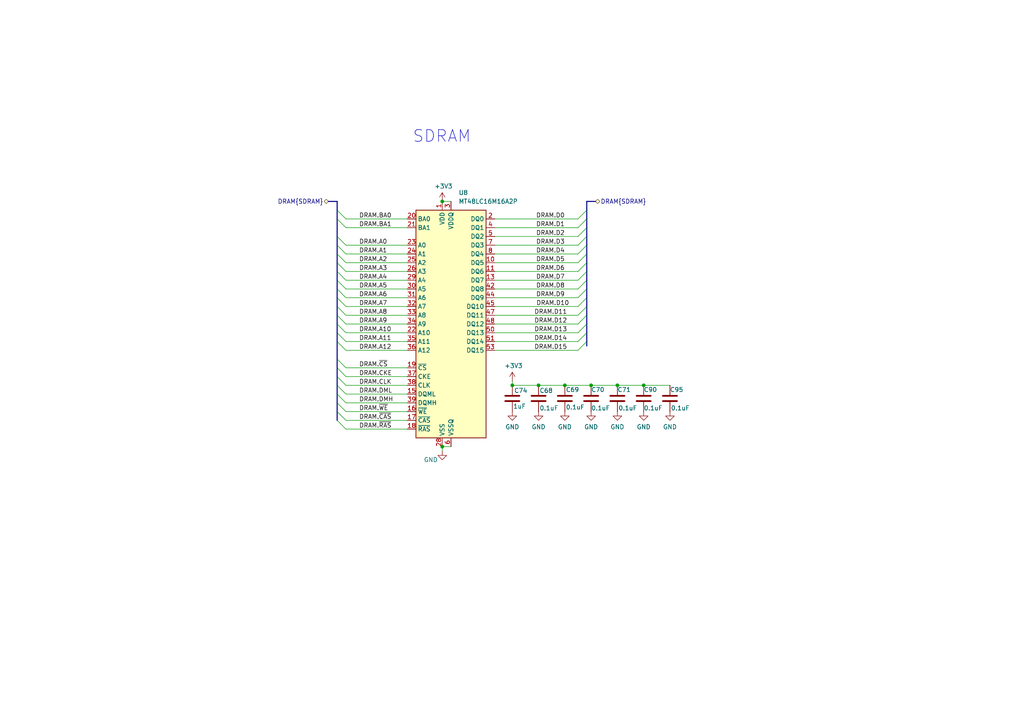
<source format=kicad_sch>
(kicad_sch
	(version 20231120)
	(generator "eeschema")
	(generator_version "8.0")
	(uuid "2e3c47c5-33f5-41ba-9198-9936a980f72e")
	(paper "A4")
	(title_block
		(title "${TITLE}")
		(date "${DATE}")
		(rev "${VERSION}")
		(company "${COPYRIGHT}")
		(comment 1 "${LICENSE}")
	)
	(lib_symbols
		(symbol "Device:C"
			(pin_numbers hide)
			(pin_names
				(offset 0.254)
			)
			(exclude_from_sim no)
			(in_bom yes)
			(on_board yes)
			(property "Reference" "C"
				(at 0.635 2.54 0)
				(effects
					(font
						(size 1.27 1.27)
					)
					(justify left)
				)
			)
			(property "Value" "C"
				(at 0.635 -2.54 0)
				(effects
					(font
						(size 1.27 1.27)
					)
					(justify left)
				)
			)
			(property "Footprint" ""
				(at 0.9652 -3.81 0)
				(effects
					(font
						(size 1.27 1.27)
					)
					(hide yes)
				)
			)
			(property "Datasheet" "~"
				(at 0 0 0)
				(effects
					(font
						(size 1.27 1.27)
					)
					(hide yes)
				)
			)
			(property "Description" "Unpolarized capacitor"
				(at 0 0 0)
				(effects
					(font
						(size 1.27 1.27)
					)
					(hide yes)
				)
			)
			(property "ki_keywords" "cap capacitor"
				(at 0 0 0)
				(effects
					(font
						(size 1.27 1.27)
					)
					(hide yes)
				)
			)
			(property "ki_fp_filters" "C_*"
				(at 0 0 0)
				(effects
					(font
						(size 1.27 1.27)
					)
					(hide yes)
				)
			)
			(symbol "C_0_1"
				(polyline
					(pts
						(xy -2.032 -0.762) (xy 2.032 -0.762)
					)
					(stroke
						(width 0.508)
						(type default)
					)
					(fill
						(type none)
					)
				)
				(polyline
					(pts
						(xy -2.032 0.762) (xy 2.032 0.762)
					)
					(stroke
						(width 0.508)
						(type default)
					)
					(fill
						(type none)
					)
				)
			)
			(symbol "C_1_1"
				(pin passive line
					(at 0 3.81 270)
					(length 2.794)
					(name "~"
						(effects
							(font
								(size 1.27 1.27)
							)
						)
					)
					(number "1"
						(effects
							(font
								(size 1.27 1.27)
							)
						)
					)
				)
				(pin passive line
					(at 0 -3.81 90)
					(length 2.794)
					(name "~"
						(effects
							(font
								(size 1.27 1.27)
							)
						)
					)
					(number "2"
						(effects
							(font
								(size 1.27 1.27)
							)
						)
					)
				)
			)
		)
		(symbol "Memory_RAM:MT48LC16M16A2P"
			(exclude_from_sim no)
			(in_bom yes)
			(on_board yes)
			(property "Reference" "U"
				(at -8.89 34.29 0)
				(effects
					(font
						(size 1.27 1.27)
					)
				)
			)
			(property "Value" "MT48LC16M16A2P"
				(at 8.89 34.29 0)
				(effects
					(font
						(size 1.27 1.27)
					)
				)
			)
			(property "Footprint" "Package_SO:TSOP-II-54_22.2x10.16mm_P0.8mm"
				(at 0 -35.56 0)
				(effects
					(font
						(size 1.27 1.27)
						(italic yes)
					)
					(hide yes)
				)
			)
			(property "Datasheet" "https://www.micron.com/-/media/client/global/documents/products/data-sheet/dram/256mb_sdr.pdf"
				(at 0 -6.35 0)
				(effects
					(font
						(size 1.27 1.27)
					)
					(hide yes)
				)
			)
			(property "Description" "256M – (16M x 16 bit) Synchronous DRAM (SDRAM), TSOP-II-54"
				(at 0 0 0)
				(effects
					(font
						(size 1.27 1.27)
					)
					(hide yes)
				)
			)
			(property "ki_keywords" "SDRAM Synchronous DRAM PC100 PC133 256Mb 16Mbx16 MEMORY"
				(at 0 0 0)
				(effects
					(font
						(size 1.27 1.27)
					)
					(hide yes)
				)
			)
			(property "ki_fp_filters" "TSOP?II*22.2x10.16mm*P0.8mm*"
				(at 0 0 0)
				(effects
					(font
						(size 1.27 1.27)
					)
					(hide yes)
				)
			)
			(symbol "MT48LC16M16A2P_0_1"
				(rectangle
					(start -10.16 33.02)
					(end 10.16 -33.02)
					(stroke
						(width 0.254)
						(type default)
					)
					(fill
						(type background)
					)
				)
			)
			(symbol "MT48LC16M16A2P_1_1"
				(pin power_in line
					(at -2.54 35.56 270)
					(length 2.54)
					(name "VDD"
						(effects
							(font
								(size 1.27 1.27)
							)
						)
					)
					(number "1"
						(effects
							(font
								(size 1.27 1.27)
							)
						)
					)
				)
				(pin bidirectional line
					(at 12.7 17.78 180)
					(length 2.54)
					(name "DQ5"
						(effects
							(font
								(size 1.27 1.27)
							)
						)
					)
					(number "10"
						(effects
							(font
								(size 1.27 1.27)
							)
						)
					)
				)
				(pin bidirectional line
					(at 12.7 15.24 180)
					(length 2.54)
					(name "DQ6"
						(effects
							(font
								(size 1.27 1.27)
							)
						)
					)
					(number "11"
						(effects
							(font
								(size 1.27 1.27)
							)
						)
					)
				)
				(pin passive line
					(at 0 -35.56 90)
					(length 2.54) hide
					(name "VSSQ"
						(effects
							(font
								(size 1.27 1.27)
							)
						)
					)
					(number "12"
						(effects
							(font
								(size 1.27 1.27)
							)
						)
					)
				)
				(pin bidirectional line
					(at 12.7 12.7 180)
					(length 2.54)
					(name "DQ7"
						(effects
							(font
								(size 1.27 1.27)
							)
						)
					)
					(number "13"
						(effects
							(font
								(size 1.27 1.27)
							)
						)
					)
				)
				(pin passive line
					(at -2.54 35.56 270)
					(length 2.54) hide
					(name "VDD"
						(effects
							(font
								(size 1.27 1.27)
							)
						)
					)
					(number "14"
						(effects
							(font
								(size 1.27 1.27)
							)
						)
					)
				)
				(pin input line
					(at -12.7 -20.32 0)
					(length 2.54)
					(name "DQML"
						(effects
							(font
								(size 1.27 1.27)
							)
						)
					)
					(number "15"
						(effects
							(font
								(size 1.27 1.27)
							)
						)
					)
				)
				(pin input line
					(at -12.7 -25.4 0)
					(length 2.54)
					(name "~{WE}"
						(effects
							(font
								(size 1.27 1.27)
							)
						)
					)
					(number "16"
						(effects
							(font
								(size 1.27 1.27)
							)
						)
					)
				)
				(pin input line
					(at -12.7 -27.94 0)
					(length 2.54)
					(name "~{CAS}"
						(effects
							(font
								(size 1.27 1.27)
							)
						)
					)
					(number "17"
						(effects
							(font
								(size 1.27 1.27)
							)
						)
					)
				)
				(pin input line
					(at -12.7 -30.48 0)
					(length 2.54)
					(name "~{RAS}"
						(effects
							(font
								(size 1.27 1.27)
							)
						)
					)
					(number "18"
						(effects
							(font
								(size 1.27 1.27)
							)
						)
					)
				)
				(pin input line
					(at -12.7 -12.7 0)
					(length 2.54)
					(name "~{CS}"
						(effects
							(font
								(size 1.27 1.27)
							)
						)
					)
					(number "19"
						(effects
							(font
								(size 1.27 1.27)
							)
						)
					)
				)
				(pin bidirectional line
					(at 12.7 30.48 180)
					(length 2.54)
					(name "DQ0"
						(effects
							(font
								(size 1.27 1.27)
							)
						)
					)
					(number "2"
						(effects
							(font
								(size 1.27 1.27)
							)
						)
					)
				)
				(pin input line
					(at -12.7 30.48 0)
					(length 2.54)
					(name "BA0"
						(effects
							(font
								(size 1.27 1.27)
							)
						)
					)
					(number "20"
						(effects
							(font
								(size 1.27 1.27)
							)
						)
					)
				)
				(pin input line
					(at -12.7 27.94 0)
					(length 2.54)
					(name "BA1"
						(effects
							(font
								(size 1.27 1.27)
							)
						)
					)
					(number "21"
						(effects
							(font
								(size 1.27 1.27)
							)
						)
					)
				)
				(pin input line
					(at -12.7 -2.54 0)
					(length 2.54)
					(name "A10"
						(effects
							(font
								(size 1.27 1.27)
							)
						)
					)
					(number "22"
						(effects
							(font
								(size 1.27 1.27)
							)
						)
					)
				)
				(pin input line
					(at -12.7 22.86 0)
					(length 2.54)
					(name "A0"
						(effects
							(font
								(size 1.27 1.27)
							)
						)
					)
					(number "23"
						(effects
							(font
								(size 1.27 1.27)
							)
						)
					)
				)
				(pin input line
					(at -12.7 20.32 0)
					(length 2.54)
					(name "A1"
						(effects
							(font
								(size 1.27 1.27)
							)
						)
					)
					(number "24"
						(effects
							(font
								(size 1.27 1.27)
							)
						)
					)
				)
				(pin input line
					(at -12.7 17.78 0)
					(length 2.54)
					(name "A2"
						(effects
							(font
								(size 1.27 1.27)
							)
						)
					)
					(number "25"
						(effects
							(font
								(size 1.27 1.27)
							)
						)
					)
				)
				(pin input line
					(at -12.7 15.24 0)
					(length 2.54)
					(name "A3"
						(effects
							(font
								(size 1.27 1.27)
							)
						)
					)
					(number "26"
						(effects
							(font
								(size 1.27 1.27)
							)
						)
					)
				)
				(pin passive line
					(at -2.54 35.56 270)
					(length 2.54) hide
					(name "VDD"
						(effects
							(font
								(size 1.27 1.27)
							)
						)
					)
					(number "27"
						(effects
							(font
								(size 1.27 1.27)
							)
						)
					)
				)
				(pin power_in line
					(at -2.54 -35.56 90)
					(length 2.54)
					(name "VSS"
						(effects
							(font
								(size 1.27 1.27)
							)
						)
					)
					(number "28"
						(effects
							(font
								(size 1.27 1.27)
							)
						)
					)
				)
				(pin input line
					(at -12.7 12.7 0)
					(length 2.54)
					(name "A4"
						(effects
							(font
								(size 1.27 1.27)
							)
						)
					)
					(number "29"
						(effects
							(font
								(size 1.27 1.27)
							)
						)
					)
				)
				(pin power_in line
					(at 0 35.56 270)
					(length 2.54)
					(name "VDDQ"
						(effects
							(font
								(size 1.27 1.27)
							)
						)
					)
					(number "3"
						(effects
							(font
								(size 1.27 1.27)
							)
						)
					)
				)
				(pin input line
					(at -12.7 10.16 0)
					(length 2.54)
					(name "A5"
						(effects
							(font
								(size 1.27 1.27)
							)
						)
					)
					(number "30"
						(effects
							(font
								(size 1.27 1.27)
							)
						)
					)
				)
				(pin input line
					(at -12.7 7.62 0)
					(length 2.54)
					(name "A6"
						(effects
							(font
								(size 1.27 1.27)
							)
						)
					)
					(number "31"
						(effects
							(font
								(size 1.27 1.27)
							)
						)
					)
				)
				(pin input line
					(at -12.7 5.08 0)
					(length 2.54)
					(name "A7"
						(effects
							(font
								(size 1.27 1.27)
							)
						)
					)
					(number "32"
						(effects
							(font
								(size 1.27 1.27)
							)
						)
					)
				)
				(pin input line
					(at -12.7 2.54 0)
					(length 2.54)
					(name "A8"
						(effects
							(font
								(size 1.27 1.27)
							)
						)
					)
					(number "33"
						(effects
							(font
								(size 1.27 1.27)
							)
						)
					)
				)
				(pin input line
					(at -12.7 0 0)
					(length 2.54)
					(name "A9"
						(effects
							(font
								(size 1.27 1.27)
							)
						)
					)
					(number "34"
						(effects
							(font
								(size 1.27 1.27)
							)
						)
					)
				)
				(pin input line
					(at -12.7 -5.08 0)
					(length 2.54)
					(name "A11"
						(effects
							(font
								(size 1.27 1.27)
							)
						)
					)
					(number "35"
						(effects
							(font
								(size 1.27 1.27)
							)
						)
					)
				)
				(pin input line
					(at -12.7 -7.62 0)
					(length 2.54)
					(name "A12"
						(effects
							(font
								(size 1.27 1.27)
							)
						)
					)
					(number "36"
						(effects
							(font
								(size 1.27 1.27)
							)
						)
					)
				)
				(pin input line
					(at -12.7 -15.24 0)
					(length 2.54)
					(name "CKE"
						(effects
							(font
								(size 1.27 1.27)
							)
						)
					)
					(number "37"
						(effects
							(font
								(size 1.27 1.27)
							)
						)
					)
				)
				(pin input line
					(at -12.7 -17.78 0)
					(length 2.54)
					(name "CLK"
						(effects
							(font
								(size 1.27 1.27)
							)
						)
					)
					(number "38"
						(effects
							(font
								(size 1.27 1.27)
							)
						)
					)
				)
				(pin input line
					(at -12.7 -22.86 0)
					(length 2.54)
					(name "DQMH"
						(effects
							(font
								(size 1.27 1.27)
							)
						)
					)
					(number "39"
						(effects
							(font
								(size 1.27 1.27)
							)
						)
					)
				)
				(pin bidirectional line
					(at 12.7 27.94 180)
					(length 2.54)
					(name "DQ1"
						(effects
							(font
								(size 1.27 1.27)
							)
						)
					)
					(number "4"
						(effects
							(font
								(size 1.27 1.27)
							)
						)
					)
				)
				(pin no_connect line
					(at 10.16 -20.32 180)
					(length 2.54) hide
					(name "NC"
						(effects
							(font
								(size 1.27 1.27)
							)
						)
					)
					(number "40"
						(effects
							(font
								(size 1.27 1.27)
							)
						)
					)
				)
				(pin passive line
					(at -2.54 -35.56 90)
					(length 2.54) hide
					(name "VSS"
						(effects
							(font
								(size 1.27 1.27)
							)
						)
					)
					(number "41"
						(effects
							(font
								(size 1.27 1.27)
							)
						)
					)
				)
				(pin bidirectional line
					(at 12.7 10.16 180)
					(length 2.54)
					(name "DQ8"
						(effects
							(font
								(size 1.27 1.27)
							)
						)
					)
					(number "42"
						(effects
							(font
								(size 1.27 1.27)
							)
						)
					)
				)
				(pin passive line
					(at 0 35.56 270)
					(length 2.54) hide
					(name "VDDQ"
						(effects
							(font
								(size 1.27 1.27)
							)
						)
					)
					(number "43"
						(effects
							(font
								(size 1.27 1.27)
							)
						)
					)
				)
				(pin bidirectional line
					(at 12.7 7.62 180)
					(length 2.54)
					(name "DQ9"
						(effects
							(font
								(size 1.27 1.27)
							)
						)
					)
					(number "44"
						(effects
							(font
								(size 1.27 1.27)
							)
						)
					)
				)
				(pin bidirectional line
					(at 12.7 5.08 180)
					(length 2.54)
					(name "DQ10"
						(effects
							(font
								(size 1.27 1.27)
							)
						)
					)
					(number "45"
						(effects
							(font
								(size 1.27 1.27)
							)
						)
					)
				)
				(pin passive line
					(at 0 -35.56 90)
					(length 2.54) hide
					(name "VSSQ"
						(effects
							(font
								(size 1.27 1.27)
							)
						)
					)
					(number "46"
						(effects
							(font
								(size 1.27 1.27)
							)
						)
					)
				)
				(pin bidirectional line
					(at 12.7 2.54 180)
					(length 2.54)
					(name "DQ11"
						(effects
							(font
								(size 1.27 1.27)
							)
						)
					)
					(number "47"
						(effects
							(font
								(size 1.27 1.27)
							)
						)
					)
				)
				(pin bidirectional line
					(at 12.7 0 180)
					(length 2.54)
					(name "DQ12"
						(effects
							(font
								(size 1.27 1.27)
							)
						)
					)
					(number "48"
						(effects
							(font
								(size 1.27 1.27)
							)
						)
					)
				)
				(pin passive line
					(at 0 35.56 270)
					(length 2.54) hide
					(name "VDDQ"
						(effects
							(font
								(size 1.27 1.27)
							)
						)
					)
					(number "49"
						(effects
							(font
								(size 1.27 1.27)
							)
						)
					)
				)
				(pin bidirectional line
					(at 12.7 25.4 180)
					(length 2.54)
					(name "DQ2"
						(effects
							(font
								(size 1.27 1.27)
							)
						)
					)
					(number "5"
						(effects
							(font
								(size 1.27 1.27)
							)
						)
					)
				)
				(pin bidirectional line
					(at 12.7 -2.54 180)
					(length 2.54)
					(name "DQ13"
						(effects
							(font
								(size 1.27 1.27)
							)
						)
					)
					(number "50"
						(effects
							(font
								(size 1.27 1.27)
							)
						)
					)
				)
				(pin bidirectional line
					(at 12.7 -5.08 180)
					(length 2.54)
					(name "DQ14"
						(effects
							(font
								(size 1.27 1.27)
							)
						)
					)
					(number "51"
						(effects
							(font
								(size 1.27 1.27)
							)
						)
					)
				)
				(pin passive line
					(at 0 -35.56 90)
					(length 2.54) hide
					(name "VSSQ"
						(effects
							(font
								(size 1.27 1.27)
							)
						)
					)
					(number "52"
						(effects
							(font
								(size 1.27 1.27)
							)
						)
					)
				)
				(pin bidirectional line
					(at 12.7 -7.62 180)
					(length 2.54)
					(name "DQ15"
						(effects
							(font
								(size 1.27 1.27)
							)
						)
					)
					(number "53"
						(effects
							(font
								(size 1.27 1.27)
							)
						)
					)
				)
				(pin passive line
					(at -2.54 -35.56 90)
					(length 2.54) hide
					(name "VSS"
						(effects
							(font
								(size 1.27 1.27)
							)
						)
					)
					(number "54"
						(effects
							(font
								(size 1.27 1.27)
							)
						)
					)
				)
				(pin power_in line
					(at 0 -35.56 90)
					(length 2.54)
					(name "VSSQ"
						(effects
							(font
								(size 1.27 1.27)
							)
						)
					)
					(number "6"
						(effects
							(font
								(size 1.27 1.27)
							)
						)
					)
				)
				(pin bidirectional line
					(at 12.7 22.86 180)
					(length 2.54)
					(name "DQ3"
						(effects
							(font
								(size 1.27 1.27)
							)
						)
					)
					(number "7"
						(effects
							(font
								(size 1.27 1.27)
							)
						)
					)
				)
				(pin bidirectional line
					(at 12.7 20.32 180)
					(length 2.54)
					(name "DQ4"
						(effects
							(font
								(size 1.27 1.27)
							)
						)
					)
					(number "8"
						(effects
							(font
								(size 1.27 1.27)
							)
						)
					)
				)
				(pin passive line
					(at 0 35.56 270)
					(length 2.54) hide
					(name "VDDQ"
						(effects
							(font
								(size 1.27 1.27)
							)
						)
					)
					(number "9"
						(effects
							(font
								(size 1.27 1.27)
							)
						)
					)
				)
			)
		)
		(symbol "power:+3V3"
			(power)
			(pin_numbers hide)
			(pin_names
				(offset 0) hide)
			(exclude_from_sim no)
			(in_bom yes)
			(on_board yes)
			(property "Reference" "#PWR"
				(at 0 -3.81 0)
				(effects
					(font
						(size 1.27 1.27)
					)
					(hide yes)
				)
			)
			(property "Value" "+3V3"
				(at 0 3.556 0)
				(effects
					(font
						(size 1.27 1.27)
					)
				)
			)
			(property "Footprint" ""
				(at 0 0 0)
				(effects
					(font
						(size 1.27 1.27)
					)
					(hide yes)
				)
			)
			(property "Datasheet" ""
				(at 0 0 0)
				(effects
					(font
						(size 1.27 1.27)
					)
					(hide yes)
				)
			)
			(property "Description" "Power symbol creates a global label with name \"+3V3\""
				(at 0 0 0)
				(effects
					(font
						(size 1.27 1.27)
					)
					(hide yes)
				)
			)
			(property "ki_keywords" "global power"
				(at 0 0 0)
				(effects
					(font
						(size 1.27 1.27)
					)
					(hide yes)
				)
			)
			(symbol "+3V3_0_1"
				(polyline
					(pts
						(xy -0.762 1.27) (xy 0 2.54)
					)
					(stroke
						(width 0)
						(type default)
					)
					(fill
						(type none)
					)
				)
				(polyline
					(pts
						(xy 0 0) (xy 0 2.54)
					)
					(stroke
						(width 0)
						(type default)
					)
					(fill
						(type none)
					)
				)
				(polyline
					(pts
						(xy 0 2.54) (xy 0.762 1.27)
					)
					(stroke
						(width 0)
						(type default)
					)
					(fill
						(type none)
					)
				)
			)
			(symbol "+3V3_1_1"
				(pin power_in line
					(at 0 0 90)
					(length 0)
					(name "~"
						(effects
							(font
								(size 1.27 1.27)
							)
						)
					)
					(number "1"
						(effects
							(font
								(size 1.27 1.27)
							)
						)
					)
				)
			)
		)
		(symbol "power:GND"
			(power)
			(pin_numbers hide)
			(pin_names
				(offset 0) hide)
			(exclude_from_sim no)
			(in_bom yes)
			(on_board yes)
			(property "Reference" "#PWR"
				(at 0 -6.35 0)
				(effects
					(font
						(size 1.27 1.27)
					)
					(hide yes)
				)
			)
			(property "Value" "GND"
				(at 0 -3.81 0)
				(effects
					(font
						(size 1.27 1.27)
					)
				)
			)
			(property "Footprint" ""
				(at 0 0 0)
				(effects
					(font
						(size 1.27 1.27)
					)
					(hide yes)
				)
			)
			(property "Datasheet" ""
				(at 0 0 0)
				(effects
					(font
						(size 1.27 1.27)
					)
					(hide yes)
				)
			)
			(property "Description" "Power symbol creates a global label with name \"GND\" , ground"
				(at 0 0 0)
				(effects
					(font
						(size 1.27 1.27)
					)
					(hide yes)
				)
			)
			(property "ki_keywords" "global power"
				(at 0 0 0)
				(effects
					(font
						(size 1.27 1.27)
					)
					(hide yes)
				)
			)
			(symbol "GND_0_1"
				(polyline
					(pts
						(xy 0 0) (xy 0 -1.27) (xy 1.27 -1.27) (xy 0 -2.54) (xy -1.27 -1.27) (xy 0 -1.27)
					)
					(stroke
						(width 0)
						(type default)
					)
					(fill
						(type none)
					)
				)
			)
			(symbol "GND_1_1"
				(pin power_in line
					(at 0 0 270)
					(length 0)
					(name "~"
						(effects
							(font
								(size 1.27 1.27)
							)
						)
					)
					(number "1"
						(effects
							(font
								(size 1.27 1.27)
							)
						)
					)
				)
			)
		)
	)
	(junction
		(at 171.45 111.76)
		(diameter 0)
		(color 0 0 0 0)
		(uuid "01253051-2022-4a1c-88d0-cb1e66956a7a")
	)
	(junction
		(at 128.27 58.42)
		(diameter 0)
		(color 0 0 0 0)
		(uuid "39e40784-23fc-47b0-bee9-ef74f9082639")
	)
	(junction
		(at 156.21 111.76)
		(diameter 0)
		(color 0 0 0 0)
		(uuid "7428309d-560b-4855-a397-ffce5d7e6d45")
	)
	(junction
		(at 179.07 111.76)
		(diameter 0)
		(color 0 0 0 0)
		(uuid "87e300ef-a799-424c-b1c7-276b58f84439")
	)
	(junction
		(at 128.27 129.54)
		(diameter 0)
		(color 0 0 0 0)
		(uuid "a483bebf-adcf-4c60-9d18-5df36b7af988")
	)
	(junction
		(at 186.69 111.76)
		(diameter 0)
		(color 0 0 0 0)
		(uuid "c32f0382-93ac-4045-834d-af168278dbd6")
	)
	(junction
		(at 163.83 111.76)
		(diameter 0)
		(color 0 0 0 0)
		(uuid "c5106181-6c2e-40cd-af98-d0eb31857e0c")
	)
	(junction
		(at 148.59 111.76)
		(diameter 0)
		(color 0 0 0 0)
		(uuid "eb6fbabe-2b84-4fb4-a2b6-fd8a38e23b8a")
	)
	(bus_entry
		(at 170.18 83.82)
		(size -2.54 2.54)
		(stroke
			(width 0)
			(type default)
		)
		(uuid "03524085-8ae9-49c7-bfc1-934f4532d283")
	)
	(bus_entry
		(at 170.18 68.58)
		(size -2.54 2.54)
		(stroke
			(width 0)
			(type default)
		)
		(uuid "05cdcef6-6737-438f-84dd-003d580a9ff2")
	)
	(bus_entry
		(at 97.79 106.68)
		(size 2.54 2.54)
		(stroke
			(width 0)
			(type default)
		)
		(uuid "0a1ea027-cb86-4a1f-af9a-60ad4c682102")
	)
	(bus_entry
		(at 97.79 109.22)
		(size 2.54 2.54)
		(stroke
			(width 0)
			(type default)
		)
		(uuid "0e863f50-87f3-4532-821e-1bb55235cd19")
	)
	(bus_entry
		(at 170.18 93.98)
		(size -2.54 2.54)
		(stroke
			(width 0)
			(type default)
		)
		(uuid "1a765559-07ba-4d75-b40c-175e752ebcd9")
	)
	(bus_entry
		(at 97.79 91.44)
		(size 2.54 2.54)
		(stroke
			(width 0)
			(type default)
		)
		(uuid "2119a1c4-1a24-49b2-b469-ff60e2303330")
	)
	(bus_entry
		(at 170.18 78.74)
		(size -2.54 2.54)
		(stroke
			(width 0)
			(type default)
		)
		(uuid "27eb7ac5-4aa4-4292-8a85-f59ccbeee60b")
	)
	(bus_entry
		(at 100.33 88.9)
		(size -2.54 -2.54)
		(stroke
			(width 0)
			(type default)
		)
		(uuid "2abd983e-d7c8-48fe-88e9-add345ae8a2f")
	)
	(bus_entry
		(at 97.79 93.98)
		(size 2.54 2.54)
		(stroke
			(width 0)
			(type default)
		)
		(uuid "400ce8a3-97b3-4774-a4df-a794800efd79")
	)
	(bus_entry
		(at 170.18 66.04)
		(size -2.54 2.54)
		(stroke
			(width 0)
			(type default)
		)
		(uuid "403a3122-23cd-433b-8dbb-f77f5c7b23d4")
	)
	(bus_entry
		(at 100.33 86.36)
		(size -2.54 -2.54)
		(stroke
			(width 0)
			(type default)
		)
		(uuid "4c1a4076-9dfa-4df4-b90a-f97c7950ecb8")
	)
	(bus_entry
		(at 100.33 63.5)
		(size -2.54 -2.54)
		(stroke
			(width 0)
			(type default)
		)
		(uuid "4e6c8f3d-d5f9-4338-9787-29a4fbea0e58")
	)
	(bus_entry
		(at 170.18 63.5)
		(size -2.54 2.54)
		(stroke
			(width 0)
			(type default)
		)
		(uuid "54dec8b1-f745-4595-badb-c9f65170547f")
	)
	(bus_entry
		(at 170.18 91.44)
		(size -2.54 2.54)
		(stroke
			(width 0)
			(type default)
		)
		(uuid "575a1c0f-2eb1-4993-a3d6-384b799f3a31")
	)
	(bus_entry
		(at 170.18 73.66)
		(size -2.54 2.54)
		(stroke
			(width 0)
			(type default)
		)
		(uuid "61184d00-a002-4f37-a0c0-b1b686857c1a")
	)
	(bus_entry
		(at 97.79 119.38)
		(size 2.54 2.54)
		(stroke
			(width 0)
			(type default)
		)
		(uuid "6b4719cf-406d-4fc0-a5bd-5aa5367093e5")
	)
	(bus_entry
		(at 100.33 66.04)
		(size -2.54 -2.54)
		(stroke
			(width 0)
			(type default)
		)
		(uuid "7977fde8-4b51-4e55-97f1-24642848a38f")
	)
	(bus_entry
		(at 170.18 99.06)
		(size -2.54 2.54)
		(stroke
			(width 0)
			(type default)
		)
		(uuid "801a3dcf-0ea5-4f44-ac68-aa4973a6b53c")
	)
	(bus_entry
		(at 100.33 71.12)
		(size -2.54 -2.54)
		(stroke
			(width 0)
			(type default)
		)
		(uuid "83443217-a78f-4b38-9f54-e8f1588bb579")
	)
	(bus_entry
		(at 100.33 91.44)
		(size -2.54 -2.54)
		(stroke
			(width 0)
			(type default)
		)
		(uuid "84cf4514-41c7-404f-a752-24e332133134")
	)
	(bus_entry
		(at 97.79 96.52)
		(size 2.54 2.54)
		(stroke
			(width 0)
			(type default)
		)
		(uuid "85f8fa78-6050-41d5-88e0-bde7b3bb07af")
	)
	(bus_entry
		(at 170.18 76.2)
		(size -2.54 2.54)
		(stroke
			(width 0)
			(type default)
		)
		(uuid "8b9bef8f-0a6a-4b74-87f9-661ed0655570")
	)
	(bus_entry
		(at 100.33 83.82)
		(size -2.54 -2.54)
		(stroke
			(width 0)
			(type default)
		)
		(uuid "8ddda8ff-fe22-485b-b7d5-abd61f8d9df5")
	)
	(bus_entry
		(at 170.18 60.96)
		(size -2.54 2.54)
		(stroke
			(width 0)
			(type default)
		)
		(uuid "8e137a83-393d-4125-93f7-4a92090c29ce")
	)
	(bus_entry
		(at 100.33 76.2)
		(size -2.54 -2.54)
		(stroke
			(width 0)
			(type default)
		)
		(uuid "9c6cba24-f661-420b-ab6e-53f46dc93edb")
	)
	(bus_entry
		(at 170.18 96.52)
		(size -2.54 2.54)
		(stroke
			(width 0)
			(type default)
		)
		(uuid "9c92ec04-93d8-4414-bea5-1fb58d5d5cf7")
	)
	(bus_entry
		(at 170.18 81.28)
		(size -2.54 2.54)
		(stroke
			(width 0)
			(type default)
		)
		(uuid "9f5cb945-51bc-4ab7-9b78-80816a7c88ec")
	)
	(bus_entry
		(at 170.18 86.36)
		(size -2.54 2.54)
		(stroke
			(width 0)
			(type default)
		)
		(uuid "ad750a92-bb6a-4a5c-b5a2-a027ab1f333d")
	)
	(bus_entry
		(at 100.33 81.28)
		(size -2.54 -2.54)
		(stroke
			(width 0)
			(type default)
		)
		(uuid "b1d8b749-0536-4af6-81c3-4e552804a756")
	)
	(bus_entry
		(at 97.79 114.3)
		(size 2.54 2.54)
		(stroke
			(width 0)
			(type default)
		)
		(uuid "b3f7a297-ae6f-401b-b052-0ef31fd48641")
	)
	(bus_entry
		(at 97.79 116.84)
		(size 2.54 2.54)
		(stroke
			(width 0)
			(type default)
		)
		(uuid "bc1bb327-956a-4b61-a84f-6de89410694c")
	)
	(bus_entry
		(at 97.79 111.76)
		(size 2.54 2.54)
		(stroke
			(width 0)
			(type default)
		)
		(uuid "c27f98ea-cb55-4a97-982c-5b73284a55ca")
	)
	(bus_entry
		(at 100.33 73.66)
		(size -2.54 -2.54)
		(stroke
			(width 0)
			(type default)
		)
		(uuid "c615bf54-045b-4890-b418-c9a316eb99df")
	)
	(bus_entry
		(at 97.79 99.06)
		(size 2.54 2.54)
		(stroke
			(width 0)
			(type default)
		)
		(uuid "d2368500-120c-4004-a67c-ccc277f61f7a")
	)
	(bus_entry
		(at 170.18 88.9)
		(size -2.54 2.54)
		(stroke
			(width 0)
			(type default)
		)
		(uuid "d3a2d04f-a172-491e-9575-9a9b9c527282")
	)
	(bus_entry
		(at 97.79 104.14)
		(size 2.54 2.54)
		(stroke
			(width 0)
			(type default)
		)
		(uuid "dedfb199-8e7c-49bf-bdff-fef37424649d")
	)
	(bus_entry
		(at 100.33 78.74)
		(size -2.54 -2.54)
		(stroke
			(width 0)
			(type default)
		)
		(uuid "e6bfa595-a06f-46ec-aff0-89b3fe9227ef")
	)
	(bus_entry
		(at 97.79 121.92)
		(size 2.54 2.54)
		(stroke
			(width 0)
			(type default)
		)
		(uuid "ef8eadf1-1422-4da5-8ef1-5e42294075ab")
	)
	(bus_entry
		(at 170.18 71.12)
		(size -2.54 2.54)
		(stroke
			(width 0)
			(type default)
		)
		(uuid "efb05a48-8dae-408c-8572-f1a1ecb20725")
	)
	(bus
		(pts
			(xy 97.79 106.68) (xy 97.79 109.22)
		)
		(stroke
			(width 0)
			(type default)
		)
		(uuid "03f46462-57d2-4e69-b032-fd8fb7f94be7")
	)
	(wire
		(pts
			(xy 128.27 129.54) (xy 128.27 130.81)
		)
		(stroke
			(width 0)
			(type default)
		)
		(uuid "0872061b-5d38-4815-8173-37b106a1649c")
	)
	(wire
		(pts
			(xy 100.33 76.2) (xy 118.11 76.2)
		)
		(stroke
			(width 0)
			(type default)
		)
		(uuid "1c233627-94be-452b-b180-2f9b3afe9fee")
	)
	(bus
		(pts
			(xy 170.18 63.5) (xy 170.18 66.04)
		)
		(stroke
			(width 0)
			(type default)
		)
		(uuid "1ea450de-fa57-493a-92c6-611e25f3ea93")
	)
	(bus
		(pts
			(xy 97.79 81.28) (xy 97.79 83.82)
		)
		(stroke
			(width 0)
			(type default)
		)
		(uuid "1f2795f8-8920-4569-9479-1cdd1b596a90")
	)
	(bus
		(pts
			(xy 97.79 91.44) (xy 97.79 93.98)
		)
		(stroke
			(width 0)
			(type default)
		)
		(uuid "1fb4217f-715d-489a-a2a0-8d1aca0ffc29")
	)
	(wire
		(pts
			(xy 163.83 111.76) (xy 171.45 111.76)
		)
		(stroke
			(width 0)
			(type default)
		)
		(uuid "25cce866-c817-4d6a-bae6-fdc1c83004cc")
	)
	(wire
		(pts
			(xy 100.33 109.22) (xy 118.11 109.22)
		)
		(stroke
			(width 0)
			(type default)
		)
		(uuid "287cee90-d763-49a5-b3c2-caa8d4d7043f")
	)
	(bus
		(pts
			(xy 97.79 99.06) (xy 97.79 104.14)
		)
		(stroke
			(width 0)
			(type default)
		)
		(uuid "297890d6-e5d7-43e8-bead-923550b8c112")
	)
	(wire
		(pts
			(xy 100.33 81.28) (xy 118.11 81.28)
		)
		(stroke
			(width 0)
			(type default)
		)
		(uuid "2af95edb-7c83-44a9-a06b-5fb9ac4807f2")
	)
	(wire
		(pts
			(xy 100.33 96.52) (xy 118.11 96.52)
		)
		(stroke
			(width 0)
			(type default)
		)
		(uuid "2b1aa743-4dd0-4c93-9c8b-56eb9fba6d47")
	)
	(wire
		(pts
			(xy 143.51 101.6) (xy 167.64 101.6)
		)
		(stroke
			(width 0)
			(type default)
		)
		(uuid "2d7860fe-6746-42ca-96eb-9c0058044d0e")
	)
	(bus
		(pts
			(xy 97.79 78.74) (xy 97.79 81.28)
		)
		(stroke
			(width 0)
			(type default)
		)
		(uuid "2d97f4ba-5ea9-4f6b-af54-38c81fce2233")
	)
	(bus
		(pts
			(xy 170.18 78.74) (xy 170.18 81.28)
		)
		(stroke
			(width 0)
			(type default)
		)
		(uuid "3610ea37-ef92-44d2-bcbb-bfbbd9b0aeae")
	)
	(bus
		(pts
			(xy 97.79 119.38) (xy 97.79 121.92)
		)
		(stroke
			(width 0)
			(type default)
		)
		(uuid "36526f0d-0626-43ae-b05c-f0c25dfc0c3c")
	)
	(wire
		(pts
			(xy 143.51 99.06) (xy 167.64 99.06)
		)
		(stroke
			(width 0)
			(type default)
		)
		(uuid "37b3bc26-7d43-4bbc-87f0-4da3913f9ed3")
	)
	(wire
		(pts
			(xy 100.33 106.68) (xy 118.11 106.68)
		)
		(stroke
			(width 0)
			(type default)
		)
		(uuid "3890dc08-c6a8-46c4-8626-635e988e59f3")
	)
	(wire
		(pts
			(xy 143.51 83.82) (xy 167.64 83.82)
		)
		(stroke
			(width 0)
			(type default)
		)
		(uuid "3c8d226f-3b51-4ef1-b5c4-90a777c46814")
	)
	(bus
		(pts
			(xy 97.79 116.84) (xy 97.79 119.38)
		)
		(stroke
			(width 0)
			(type default)
		)
		(uuid "3dc64431-3f2c-4fb3-8dce-4965aa2fc039")
	)
	(bus
		(pts
			(xy 97.79 93.98) (xy 97.79 96.52)
		)
		(stroke
			(width 0)
			(type default)
		)
		(uuid "491b459c-b9cf-4abb-890d-52b490d7f688")
	)
	(bus
		(pts
			(xy 97.79 109.22) (xy 97.79 111.76)
		)
		(stroke
			(width 0)
			(type default)
		)
		(uuid "5040d0b1-b197-403c-a042-55a7e66ac9d1")
	)
	(bus
		(pts
			(xy 97.79 114.3) (xy 97.79 116.84)
		)
		(stroke
			(width 0)
			(type default)
		)
		(uuid "5808d2f1-4631-42f6-a2ed-2cd8e4f4f73d")
	)
	(wire
		(pts
			(xy 100.33 101.6) (xy 118.11 101.6)
		)
		(stroke
			(width 0)
			(type default)
		)
		(uuid "5893b9a6-8b41-4e35-beff-26bf995eb280")
	)
	(bus
		(pts
			(xy 97.79 76.2) (xy 97.79 78.74)
		)
		(stroke
			(width 0)
			(type default)
		)
		(uuid "58de28d6-e0d0-489d-9633-55fb4358f99b")
	)
	(wire
		(pts
			(xy 143.51 91.44) (xy 167.64 91.44)
		)
		(stroke
			(width 0)
			(type default)
		)
		(uuid "5b0ecc82-8d2e-4937-8032-e2c2400b84a3")
	)
	(bus
		(pts
			(xy 170.18 86.36) (xy 170.18 88.9)
		)
		(stroke
			(width 0)
			(type default)
		)
		(uuid "62903d21-0051-485e-8817-9bf631397e21")
	)
	(wire
		(pts
			(xy 128.27 58.42) (xy 130.81 58.42)
		)
		(stroke
			(width 0)
			(type default)
		)
		(uuid "64879162-d604-4909-b44e-462519bd6030")
	)
	(wire
		(pts
			(xy 143.51 96.52) (xy 167.64 96.52)
		)
		(stroke
			(width 0)
			(type default)
		)
		(uuid "64d75fb0-455d-4c72-ba9a-ddcb91b8be92")
	)
	(bus
		(pts
			(xy 170.18 66.04) (xy 170.18 68.58)
		)
		(stroke
			(width 0)
			(type default)
		)
		(uuid "692afb7a-72b0-45ff-984b-1b9b73f8e6bc")
	)
	(bus
		(pts
			(xy 97.79 104.14) (xy 97.79 106.68)
		)
		(stroke
			(width 0)
			(type default)
		)
		(uuid "6dd02a24-0002-4e6d-b989-4f54cefc3f97")
	)
	(bus
		(pts
			(xy 170.18 99.06) (xy 170.18 100.33)
		)
		(stroke
			(width 0)
			(type default)
		)
		(uuid "700354ac-bdc9-4ca0-b33b-df3d0d9d5c57")
	)
	(wire
		(pts
			(xy 167.64 63.5) (xy 143.51 63.5)
		)
		(stroke
			(width 0)
			(type default)
		)
		(uuid "70d0607f-86ea-4e40-a461-cb96e8f01925")
	)
	(wire
		(pts
			(xy 148.59 110.49) (xy 148.59 111.76)
		)
		(stroke
			(width 0)
			(type default)
		)
		(uuid "720a411e-5746-4eac-918b-333c6ac04a9f")
	)
	(wire
		(pts
			(xy 100.33 83.82) (xy 118.11 83.82)
		)
		(stroke
			(width 0)
			(type default)
		)
		(uuid "73fa24a1-6b4f-45bf-bcb6-f83712146b20")
	)
	(wire
		(pts
			(xy 100.33 119.38) (xy 118.11 119.38)
		)
		(stroke
			(width 0)
			(type default)
		)
		(uuid "747947d5-eb18-405f-a2c2-68b48edb969f")
	)
	(wire
		(pts
			(xy 100.33 88.9) (xy 118.11 88.9)
		)
		(stroke
			(width 0)
			(type default)
		)
		(uuid "764ecf09-62ea-4a85-922a-e203b8b472ae")
	)
	(wire
		(pts
			(xy 179.07 111.76) (xy 186.69 111.76)
		)
		(stroke
			(width 0)
			(type default)
		)
		(uuid "7b6ba71b-5e87-4d74-9ddd-3ac3300b2ff2")
	)
	(wire
		(pts
			(xy 100.33 93.98) (xy 118.11 93.98)
		)
		(stroke
			(width 0)
			(type default)
		)
		(uuid "7c2ed487-de0b-4b05-ab53-9855d8398743")
	)
	(wire
		(pts
			(xy 128.27 129.54) (xy 130.81 129.54)
		)
		(stroke
			(width 0)
			(type default)
		)
		(uuid "7c628d97-47ac-4091-a32f-a93f5200567e")
	)
	(bus
		(pts
			(xy 95.25 58.42) (xy 97.79 58.42)
		)
		(stroke
			(width 0)
			(type default)
		)
		(uuid "7c9f03e9-68c8-4626-aaf5-fe1059abd4fc")
	)
	(bus
		(pts
			(xy 170.18 96.52) (xy 170.18 99.06)
		)
		(stroke
			(width 0)
			(type default)
		)
		(uuid "7d8700e1-786f-4dba-8ff0-a8bbdfb71f3c")
	)
	(wire
		(pts
			(xy 143.51 81.28) (xy 167.64 81.28)
		)
		(stroke
			(width 0)
			(type default)
		)
		(uuid "7e9332e3-2b3e-4c9a-be4e-ad7d031fb106")
	)
	(wire
		(pts
			(xy 143.51 68.58) (xy 167.64 68.58)
		)
		(stroke
			(width 0)
			(type default)
		)
		(uuid "8000f976-6f2a-46b4-96e3-9090e8c6ef7f")
	)
	(wire
		(pts
			(xy 100.33 124.46) (xy 118.11 124.46)
		)
		(stroke
			(width 0)
			(type default)
		)
		(uuid "80212591-12ef-4b6f-952b-54a41a06d346")
	)
	(bus
		(pts
			(xy 170.18 81.28) (xy 170.18 83.82)
		)
		(stroke
			(width 0)
			(type default)
		)
		(uuid "834c2fcb-e792-4151-bdcd-c87afd2b56ec")
	)
	(bus
		(pts
			(xy 170.18 60.96) (xy 170.18 63.5)
		)
		(stroke
			(width 0)
			(type default)
		)
		(uuid "841b5d55-33e2-4dc5-87e0-0a22adb94340")
	)
	(wire
		(pts
			(xy 143.51 71.12) (xy 167.64 71.12)
		)
		(stroke
			(width 0)
			(type default)
		)
		(uuid "87229265-2745-4700-9867-642c379dfecc")
	)
	(wire
		(pts
			(xy 143.51 93.98) (xy 167.64 93.98)
		)
		(stroke
			(width 0)
			(type default)
		)
		(uuid "87562bfb-d65f-44b0-bb8f-af6b90b5ff11")
	)
	(bus
		(pts
			(xy 97.79 111.76) (xy 97.79 114.3)
		)
		(stroke
			(width 0)
			(type default)
		)
		(uuid "87d84398-d215-4542-b70e-048a5704b0df")
	)
	(bus
		(pts
			(xy 170.18 91.44) (xy 170.18 93.98)
		)
		(stroke
			(width 0)
			(type default)
		)
		(uuid "87efe608-f898-4b7d-bd6d-4393d03f3f82")
	)
	(bus
		(pts
			(xy 170.18 88.9) (xy 170.18 91.44)
		)
		(stroke
			(width 0)
			(type default)
		)
		(uuid "8a7284cd-d66e-4724-b5ea-178679c353cb")
	)
	(wire
		(pts
			(xy 148.59 111.76) (xy 156.21 111.76)
		)
		(stroke
			(width 0)
			(type default)
		)
		(uuid "8c7168e8-9b45-4119-a9fd-65e171b7e81f")
	)
	(wire
		(pts
			(xy 100.33 78.74) (xy 118.11 78.74)
		)
		(stroke
			(width 0)
			(type default)
		)
		(uuid "906a2e55-4d5b-4f71-b832-fc38e42592bd")
	)
	(wire
		(pts
			(xy 100.33 111.76) (xy 118.11 111.76)
		)
		(stroke
			(width 0)
			(type default)
		)
		(uuid "90bed0a8-710e-4cd5-b315-19f952ff2e61")
	)
	(wire
		(pts
			(xy 143.51 86.36) (xy 167.64 86.36)
		)
		(stroke
			(width 0)
			(type default)
		)
		(uuid "91d54183-0fe4-4a99-b3f5-5cf7de33be7e")
	)
	(wire
		(pts
			(xy 100.33 91.44) (xy 118.11 91.44)
		)
		(stroke
			(width 0)
			(type default)
		)
		(uuid "9267e9d8-0a93-4682-84a1-4f090b6acead")
	)
	(bus
		(pts
			(xy 97.79 83.82) (xy 97.79 86.36)
		)
		(stroke
			(width 0)
			(type default)
		)
		(uuid "968b968d-70b3-429f-a8ba-fccd738a54e2")
	)
	(bus
		(pts
			(xy 170.18 76.2) (xy 170.18 78.74)
		)
		(stroke
			(width 0)
			(type default)
		)
		(uuid "96967324-6ed7-4642-ae20-7a493c11bdb1")
	)
	(bus
		(pts
			(xy 97.79 73.66) (xy 97.79 76.2)
		)
		(stroke
			(width 0)
			(type default)
		)
		(uuid "9918d239-2376-4854-bf1d-c62643a8da5c")
	)
	(bus
		(pts
			(xy 170.18 68.58) (xy 170.18 71.12)
		)
		(stroke
			(width 0)
			(type default)
		)
		(uuid "9f2aa833-a956-4ec1-8877-46a06eb7c201")
	)
	(wire
		(pts
			(xy 100.33 66.04) (xy 118.11 66.04)
		)
		(stroke
			(width 0)
			(type default)
		)
		(uuid "a30aaa1c-d920-40c3-b132-d908c0792271")
	)
	(bus
		(pts
			(xy 97.79 88.9) (xy 97.79 91.44)
		)
		(stroke
			(width 0)
			(type default)
		)
		(uuid "ac325cb4-3f70-4c7b-813d-3efe8cc7d875")
	)
	(wire
		(pts
			(xy 100.33 86.36) (xy 118.11 86.36)
		)
		(stroke
			(width 0)
			(type default)
		)
		(uuid "ac47f395-c128-452b-b9bf-8911a81bd611")
	)
	(wire
		(pts
			(xy 143.51 78.74) (xy 167.64 78.74)
		)
		(stroke
			(width 0)
			(type default)
		)
		(uuid "add533cc-e49a-4dfb-9e0c-284fdce16162")
	)
	(wire
		(pts
			(xy 156.21 111.76) (xy 163.83 111.76)
		)
		(stroke
			(width 0)
			(type default)
		)
		(uuid "b05b4c8f-c47f-4ea0-b931-6708952fb628")
	)
	(wire
		(pts
			(xy 143.51 73.66) (xy 167.64 73.66)
		)
		(stroke
			(width 0)
			(type default)
		)
		(uuid "b3665722-bc66-4d15-8576-2a27e07449c4")
	)
	(bus
		(pts
			(xy 170.18 71.12) (xy 170.18 73.66)
		)
		(stroke
			(width 0)
			(type default)
		)
		(uuid "b79e65c7-ad4b-4b7a-a76e-c555cf8c3b11")
	)
	(bus
		(pts
			(xy 97.79 58.42) (xy 97.79 60.96)
		)
		(stroke
			(width 0)
			(type default)
		)
		(uuid "b7c094c9-0431-4e0e-89e0-f6084a453be5")
	)
	(wire
		(pts
			(xy 186.69 111.76) (xy 194.31 111.76)
		)
		(stroke
			(width 0)
			(type default)
		)
		(uuid "c28592f3-45c8-412d-bbd2-6833c696f1cf")
	)
	(wire
		(pts
			(xy 100.33 71.12) (xy 118.11 71.12)
		)
		(stroke
			(width 0)
			(type default)
		)
		(uuid "c76a0953-43ed-42d9-ad1a-0bcad9031500")
	)
	(bus
		(pts
			(xy 97.79 86.36) (xy 97.79 88.9)
		)
		(stroke
			(width 0)
			(type default)
		)
		(uuid "c7778d11-060d-461a-822a-f7bb967593c0")
	)
	(bus
		(pts
			(xy 170.18 83.82) (xy 170.18 86.36)
		)
		(stroke
			(width 0)
			(type default)
		)
		(uuid "c9e1b4a0-0064-4eb1-afd6-fd3372858553")
	)
	(bus
		(pts
			(xy 97.79 71.12) (xy 97.79 73.66)
		)
		(stroke
			(width 0)
			(type default)
		)
		(uuid "ca052648-89e1-4ba3-8b14-1a114e3b94e7")
	)
	(wire
		(pts
			(xy 100.33 73.66) (xy 118.11 73.66)
		)
		(stroke
			(width 0)
			(type default)
		)
		(uuid "d0f8a6d1-f037-4f88-8e81-cfe2ec849290")
	)
	(wire
		(pts
			(xy 100.33 99.06) (xy 118.11 99.06)
		)
		(stroke
			(width 0)
			(type default)
		)
		(uuid "d4554262-8421-4928-b87d-596def2652d5")
	)
	(wire
		(pts
			(xy 143.51 66.04) (xy 167.64 66.04)
		)
		(stroke
			(width 0)
			(type default)
		)
		(uuid "d715d2bf-f39c-4be9-97c1-3d94fb58952d")
	)
	(bus
		(pts
			(xy 97.79 68.58) (xy 97.79 71.12)
		)
		(stroke
			(width 0)
			(type default)
		)
		(uuid "dcd07aed-2545-4fe9-9ad1-5c6ee970a795")
	)
	(bus
		(pts
			(xy 97.79 96.52) (xy 97.79 99.06)
		)
		(stroke
			(width 0)
			(type default)
		)
		(uuid "dd7ae97e-1cb7-4d10-8d21-0713485d284e")
	)
	(bus
		(pts
			(xy 172.72 58.42) (xy 170.18 58.42)
		)
		(stroke
			(width 0)
			(type default)
		)
		(uuid "e3b1444c-7bf6-43b6-9de2-c6566f97dd17")
	)
	(bus
		(pts
			(xy 97.79 60.96) (xy 97.79 63.5)
		)
		(stroke
			(width 0)
			(type default)
		)
		(uuid "e45e0227-9c32-42f6-9c7a-efd9e9a5f979")
	)
	(wire
		(pts
			(xy 143.51 88.9) (xy 167.64 88.9)
		)
		(stroke
			(width 0)
			(type default)
		)
		(uuid "e6d534a7-efe4-460b-85b7-405ef44913bd")
	)
	(wire
		(pts
			(xy 100.33 121.92) (xy 118.11 121.92)
		)
		(stroke
			(width 0)
			(type default)
		)
		(uuid "ea4f5022-8426-4945-8ec7-a781be243444")
	)
	(bus
		(pts
			(xy 97.79 63.5) (xy 97.79 68.58)
		)
		(stroke
			(width 0)
			(type default)
		)
		(uuid "ee5aa21f-9d9f-4ebb-949c-9cc6f138aa87")
	)
	(bus
		(pts
			(xy 170.18 58.42) (xy 170.18 60.96)
		)
		(stroke
			(width 0)
			(type default)
		)
		(uuid "ef1661e9-da3d-4fce-aa98-ca461b839685")
	)
	(wire
		(pts
			(xy 100.33 116.84) (xy 118.11 116.84)
		)
		(stroke
			(width 0)
			(type default)
		)
		(uuid "ef1c5d5e-ba4b-4116-9256-46d811b4b0ab")
	)
	(bus
		(pts
			(xy 170.18 93.98) (xy 170.18 96.52)
		)
		(stroke
			(width 0)
			(type default)
		)
		(uuid "efa241de-a16e-4af0-9b11-01ee08be8081")
	)
	(bus
		(pts
			(xy 170.18 73.66) (xy 170.18 76.2)
		)
		(stroke
			(width 0)
			(type default)
		)
		(uuid "f7f8885d-6ee0-4440-bd11-a3b189ab2331")
	)
	(wire
		(pts
			(xy 100.33 63.5) (xy 118.11 63.5)
		)
		(stroke
			(width 0)
			(type default)
		)
		(uuid "f850b861-9bb6-4082-a362-db3bc2f0bbe7")
	)
	(wire
		(pts
			(xy 171.45 111.76) (xy 179.07 111.76)
		)
		(stroke
			(width 0)
			(type default)
		)
		(uuid "fb5e6ae7-3dbc-4ff6-9b29-c7ea6bf080c5")
	)
	(wire
		(pts
			(xy 100.33 114.3) (xy 118.11 114.3)
		)
		(stroke
			(width 0)
			(type default)
		)
		(uuid "fc99c663-d61f-412f-a7ac-14b07a71d2d1")
	)
	(wire
		(pts
			(xy 143.51 76.2) (xy 167.64 76.2)
		)
		(stroke
			(width 0)
			(type default)
		)
		(uuid "ff4dc3a6-ac60-4319-aa5d-07f579d78777")
	)
	(text "SDRAM\n"
		(exclude_from_sim no)
		(at 119.634 41.656 0)
		(effects
			(font
				(size 3.4036 3.4036)
			)
			(justify left bottom)
		)
		(uuid "909c8263-68c6-4763-b592-6ae74004018a")
	)
	(label "DRAM.A3"
		(at 104.14 78.74 0)
		(fields_autoplaced yes)
		(effects
			(font
				(size 1.27 1.27)
			)
			(justify left bottom)
		)
		(uuid "05cdb08d-f109-4804-abd0-f88f52da8800")
	)
	(label "DRAM.CLK"
		(at 104.14 111.76 0)
		(fields_autoplaced yes)
		(effects
			(font
				(size 1.27 1.27)
			)
			(justify left bottom)
		)
		(uuid "0ba1f5d0-6d53-44d8-b741-cede5e981c7a")
	)
	(label "DRAM.~{RAS}"
		(at 104.14 124.46 0)
		(fields_autoplaced yes)
		(effects
			(font
				(size 1.27 1.27)
			)
			(justify left bottom)
		)
		(uuid "0dc5186f-2f64-4111-a701-57de6d1a60ac")
	)
	(label "DRAM.D5"
		(at 163.83 76.2 180)
		(fields_autoplaced yes)
		(effects
			(font
				(size 1.27 1.27)
			)
			(justify right bottom)
		)
		(uuid "1c571672-88dc-49f6-8f02-930147f1f93f")
	)
	(label "DRAM.A8"
		(at 104.14 91.44 0)
		(fields_autoplaced yes)
		(effects
			(font
				(size 1.27 1.27)
			)
			(justify left bottom)
		)
		(uuid "1d6b1edc-be51-4ddb-984c-c2775ec89239")
	)
	(label "DRAM.CKE"
		(at 104.14 109.22 0)
		(fields_autoplaced yes)
		(effects
			(font
				(size 1.27 1.27)
			)
			(justify left bottom)
		)
		(uuid "224f9dc1-43e1-45e4-8219-220c75d8fcc0")
	)
	(label "DRAM.D11"
		(at 154.94 91.44 0)
		(fields_autoplaced yes)
		(effects
			(font
				(size 1.27 1.27)
			)
			(justify left bottom)
		)
		(uuid "3c5354eb-0364-4e80-b8ea-71d0885c3a08")
	)
	(label "DRAM.D7"
		(at 163.83 81.28 180)
		(fields_autoplaced yes)
		(effects
			(font
				(size 1.27 1.27)
			)
			(justify right bottom)
		)
		(uuid "42d7adb6-7a58-40b6-b54a-0253bfe0bfa6")
	)
	(label "DRAM.DML"
		(at 104.14 114.3 0)
		(fields_autoplaced yes)
		(effects
			(font
				(size 1.27 1.27)
			)
			(justify left bottom)
		)
		(uuid "462e0855-fe32-49d9-9c0c-6cded89260ec")
	)
	(label "DRAM.~{WE}"
		(at 104.14 119.38 0)
		(fields_autoplaced yes)
		(effects
			(font
				(size 1.27 1.27)
			)
			(justify left bottom)
		)
		(uuid "4a69ceca-1def-4dd3-b3da-0ccabab969d2")
	)
	(label "DRAM.A12"
		(at 104.14 101.6 0)
		(fields_autoplaced yes)
		(effects
			(font
				(size 1.27 1.27)
			)
			(justify left bottom)
		)
		(uuid "4cc3d4c0-a47d-4148-ac1e-e93570135953")
	)
	(label "DRAM.A9"
		(at 104.14 93.98 0)
		(fields_autoplaced yes)
		(effects
			(font
				(size 1.27 1.27)
			)
			(justify left bottom)
		)
		(uuid "56661f60-8a20-41d4-a192-83ec9da892d9")
	)
	(label "DRAM.D1"
		(at 163.83 66.04 180)
		(fields_autoplaced yes)
		(effects
			(font
				(size 1.27 1.27)
			)
			(justify right bottom)
		)
		(uuid "5aa9f2b9-eddc-4a6c-af53-a0e2fd4138a4")
	)
	(label "DRAM.D12"
		(at 154.94 93.98 0)
		(fields_autoplaced yes)
		(effects
			(font
				(size 1.27 1.27)
			)
			(justify left bottom)
		)
		(uuid "5ef2693d-3406-4144-9dc5-ededcfa8a95e")
	)
	(label "DRAM.DMH"
		(at 104.14 116.84 0)
		(fields_autoplaced yes)
		(effects
			(font
				(size 1.27 1.27)
			)
			(justify left bottom)
		)
		(uuid "625adc4d-1088-4391-99fc-4f7a74434fd7")
	)
	(label "DRAM.A6"
		(at 104.14 86.36 0)
		(fields_autoplaced yes)
		(effects
			(font
				(size 1.27 1.27)
			)
			(justify left bottom)
		)
		(uuid "65fa3f36-e226-44c6-acc1-7576b9b198bf")
	)
	(label "DRAM.A11"
		(at 104.14 99.06 0)
		(fields_autoplaced yes)
		(effects
			(font
				(size 1.27 1.27)
			)
			(justify left bottom)
		)
		(uuid "87d460ab-ca5a-4e15-ba3b-5f14b7072c43")
	)
	(label "DRAM.D8"
		(at 163.83 83.82 180)
		(fields_autoplaced yes)
		(effects
			(font
				(size 1.27 1.27)
			)
			(justify right bottom)
		)
		(uuid "8cde7676-3996-404b-8093-4251768593cf")
	)
	(label "DRAM.D6"
		(at 163.83 78.74 180)
		(fields_autoplaced yes)
		(effects
			(font
				(size 1.27 1.27)
			)
			(justify right bottom)
		)
		(uuid "8e36f1e7-8333-47f1-a48b-9f1e0293e0af")
	)
	(label "DRAM.A10"
		(at 104.14 96.52 0)
		(fields_autoplaced yes)
		(effects
			(font
				(size 1.27 1.27)
			)
			(justify left bottom)
		)
		(uuid "91add39e-7e39-42bf-b1c6-6605e2af0463")
	)
	(label "DRAM.D10"
		(at 165.1 88.9 180)
		(fields_autoplaced yes)
		(effects
			(font
				(size 1.27 1.27)
			)
			(justify right bottom)
		)
		(uuid "99e52637-36db-4d1e-98a6-7ff46d931fb5")
	)
	(label "DRAM.D15"
		(at 154.94 101.6 0)
		(fields_autoplaced yes)
		(effects
			(font
				(size 1.27 1.27)
			)
			(justify left bottom)
		)
		(uuid "a2bd6c4d-3b9f-4d96-a2e3-f441baba0b52")
	)
	(label "DRAM.D4"
		(at 163.83 73.66 180)
		(fields_autoplaced yes)
		(effects
			(font
				(size 1.27 1.27)
			)
			(justify right bottom)
		)
		(uuid "a7440f93-26c7-431f-97cf-983753fc6ed9")
	)
	(label "DRAM.A1"
		(at 104.14 73.66 0)
		(fields_autoplaced yes)
		(effects
			(font
				(size 1.27 1.27)
			)
			(justify left bottom)
		)
		(uuid "a9a8d3ac-e055-48ee-9e79-3d8deddc1f28")
	)
	(label "DRAM.A2"
		(at 104.14 76.2 0)
		(fields_autoplaced yes)
		(effects
			(font
				(size 1.27 1.27)
			)
			(justify left bottom)
		)
		(uuid "aba80904-ca81-4cdd-b13a-22cee0455cdd")
	)
	(label "DRAM.D2"
		(at 163.83 68.58 180)
		(fields_autoplaced yes)
		(effects
			(font
				(size 1.27 1.27)
			)
			(justify right bottom)
		)
		(uuid "b58b021f-d346-4226-a044-716801874a83")
	)
	(label "DRAM.A7"
		(at 104.14 88.9 0)
		(fields_autoplaced yes)
		(effects
			(font
				(size 1.27 1.27)
			)
			(justify left bottom)
		)
		(uuid "b799ca1c-eae9-4348-a43d-fb474bf07d09")
	)
	(label "DRAM.D13"
		(at 154.94 96.52 0)
		(fields_autoplaced yes)
		(effects
			(font
				(size 1.27 1.27)
			)
			(justify left bottom)
		)
		(uuid "b8d71320-6648-4306-aec0-6a106aaecb02")
	)
	(label "DRAM.D9"
		(at 163.83 86.36 180)
		(fields_autoplaced yes)
		(effects
			(font
				(size 1.27 1.27)
			)
			(justify right bottom)
		)
		(uuid "b925d0a1-a0ec-48df-a67a-2c263dec4e0f")
	)
	(label "DRAM.A5"
		(at 104.14 83.82 0)
		(fields_autoplaced yes)
		(effects
			(font
				(size 1.27 1.27)
			)
			(justify left bottom)
		)
		(uuid "bd5b7e57-fb94-4105-a5be-810483c48958")
	)
	(label "DRAM.A4"
		(at 104.14 81.28 0)
		(fields_autoplaced yes)
		(effects
			(font
				(size 1.27 1.27)
			)
			(justify left bottom)
		)
		(uuid "c2c2f14a-adc2-44f3-ac67-61acfa2f40fc")
	)
	(label "DRAM.D14"
		(at 154.94 99.06 0)
		(fields_autoplaced yes)
		(effects
			(font
				(size 1.27 1.27)
			)
			(justify left bottom)
		)
		(uuid "d4f176fa-53b5-41c9-a2b2-da6ad6465c69")
	)
	(label "DRAM.BA1"
		(at 104.14 66.04 0)
		(fields_autoplaced yes)
		(effects
			(font
				(size 1.27 1.27)
			)
			(justify left bottom)
		)
		(uuid "d6794625-497b-4be4-8330-5c35f24ed8fd")
	)
	(label "DRAM.D0"
		(at 163.83 63.5 180)
		(fields_autoplaced yes)
		(effects
			(font
				(size 1.27 1.27)
			)
			(justify right bottom)
		)
		(uuid "dc325a7d-2d03-48da-8e72-e518e2bae97a")
	)
	(label "DRAM.D3"
		(at 163.83 71.12 180)
		(fields_autoplaced yes)
		(effects
			(font
				(size 1.27 1.27)
			)
			(justify right bottom)
		)
		(uuid "ddbd7b46-7b5c-43e8-982d-7b0aac44fdc5")
	)
	(label "DRAM.~{CAS}"
		(at 104.14 121.92 0)
		(fields_autoplaced yes)
		(effects
			(font
				(size 1.27 1.27)
			)
			(justify left bottom)
		)
		(uuid "e4a38ee7-9e7c-4a7f-8b63-f0387110cf54")
	)
	(label "DRAM.~{CS}"
		(at 104.14 106.68 0)
		(fields_autoplaced yes)
		(effects
			(font
				(size 1.27 1.27)
			)
			(justify left bottom)
		)
		(uuid "ee10bd80-52a0-490a-b3c7-aa1c9c1855d6")
	)
	(label "DRAM.A0"
		(at 104.14 71.12 0)
		(fields_autoplaced yes)
		(effects
			(font
				(size 1.27 1.27)
			)
			(justify left bottom)
		)
		(uuid "fecbc387-cd1b-4505-b195-8fd82061d796")
	)
	(label "DRAM.BA0"
		(at 104.14 63.5 0)
		(fields_autoplaced yes)
		(effects
			(font
				(size 1.27 1.27)
			)
			(justify left bottom)
		)
		(uuid "ffd4ba68-b461-4b7b-9a74-2c38f3d082be")
	)
	(hierarchical_label "DRAM{SDRAM}"
		(shape bidirectional)
		(at 172.72 58.42 0)
		(fields_autoplaced yes)
		(effects
			(font
				(size 1.27 1.27)
			)
			(justify left)
		)
		(uuid "d5511430-8318-487c-8f77-5315faeca46d")
	)
	(hierarchical_label "DRAM{SDRAM}"
		(shape bidirectional)
		(at 95.25 58.42 180)
		(fields_autoplaced yes)
		(effects
			(font
				(size 1.27 1.27)
			)
			(justify right)
		)
		(uuid "e1b95d5c-cac8-4b1e-beea-db2152ee8c43")
	)
	(symbol
		(lib_id "power:GND")
		(at 194.31 119.38 0)
		(mirror y)
		(unit 1)
		(exclude_from_sim no)
		(in_bom yes)
		(on_board yes)
		(dnp no)
		(fields_autoplaced yes)
		(uuid "1a561de5-6677-41cd-b662-83276911adcf")
		(property "Reference" "#PWR0288"
			(at 194.31 125.73 0)
			(effects
				(font
					(size 1.27 1.27)
				)
				(hide yes)
			)
		)
		(property "Value" "GND"
			(at 194.31 123.8234 0)
			(effects
				(font
					(size 1.27 1.27)
				)
			)
		)
		(property "Footprint" ""
			(at 194.31 119.38 0)
			(effects
				(font
					(size 1.27 1.27)
				)
				(hide yes)
			)
		)
		(property "Datasheet" ""
			(at 194.31 119.38 0)
			(effects
				(font
					(size 1.27 1.27)
				)
				(hide yes)
			)
		)
		(property "Description" "Power symbol creates a global label with name \"GND\" , ground"
			(at 194.31 119.38 0)
			(effects
				(font
					(size 1.27 1.27)
				)
				(hide yes)
			)
		)
		(pin "1"
			(uuid "bc298c86-863d-4ae8-8607-82ff69e3c5de")
		)
		(instances
			(project "cynthion"
				(path "/fb621148-8145-4217-9712-738e1b5a4823/90959d77-de16-430a-a341-d55720164855"
					(reference "#PWR0288")
					(unit 1)
				)
			)
		)
	)
	(symbol
		(lib_id "power:+3V3")
		(at 148.59 110.49 0)
		(unit 1)
		(exclude_from_sim no)
		(in_bom yes)
		(on_board yes)
		(dnp no)
		(uuid "2a0a33f0-160d-40d0-8fbb-0be6ac073654")
		(property "Reference" "#PWR0171"
			(at 148.59 114.3 0)
			(effects
				(font
					(size 1.27 1.27)
				)
				(hide yes)
			)
		)
		(property "Value" "+3V3"
			(at 148.9456 106.0958 0)
			(effects
				(font
					(size 1.27 1.27)
				)
			)
		)
		(property "Footprint" ""
			(at 148.59 110.49 0)
			(effects
				(font
					(size 1.27 1.27)
				)
				(hide yes)
			)
		)
		(property "Datasheet" ""
			(at 148.59 110.49 0)
			(effects
				(font
					(size 1.27 1.27)
				)
				(hide yes)
			)
		)
		(property "Description" "Power symbol creates a global label with name \"+3V3\""
			(at 148.59 110.49 0)
			(effects
				(font
					(size 1.27 1.27)
				)
				(hide yes)
			)
		)
		(pin "1"
			(uuid "9d11b317-2db0-4c7e-9c1a-608dc5a8819f")
		)
		(instances
			(project "cynthion"
				(path "/fb621148-8145-4217-9712-738e1b5a4823/90959d77-de16-430a-a341-d55720164855"
					(reference "#PWR0171")
					(unit 1)
				)
			)
		)
	)
	(symbol
		(lib_id "power:GND")
		(at 156.21 119.38 0)
		(mirror y)
		(unit 1)
		(exclude_from_sim no)
		(in_bom yes)
		(on_board yes)
		(dnp no)
		(fields_autoplaced yes)
		(uuid "2a96854d-d8fa-4400-966f-aed329e2c77e")
		(property "Reference" "#PWR0170"
			(at 156.21 125.73 0)
			(effects
				(font
					(size 1.27 1.27)
				)
				(hide yes)
			)
		)
		(property "Value" "GND"
			(at 156.21 123.8234 0)
			(effects
				(font
					(size 1.27 1.27)
				)
			)
		)
		(property "Footprint" ""
			(at 156.21 119.38 0)
			(effects
				(font
					(size 1.27 1.27)
				)
				(hide yes)
			)
		)
		(property "Datasheet" ""
			(at 156.21 119.38 0)
			(effects
				(font
					(size 1.27 1.27)
				)
				(hide yes)
			)
		)
		(property "Description" "Power symbol creates a global label with name \"GND\" , ground"
			(at 156.21 119.38 0)
			(effects
				(font
					(size 1.27 1.27)
				)
				(hide yes)
			)
		)
		(pin "1"
			(uuid "d0737aa7-0324-482f-aa12-340ea92a8609")
		)
		(instances
			(project "cynthion"
				(path "/fb621148-8145-4217-9712-738e1b5a4823/90959d77-de16-430a-a341-d55720164855"
					(reference "#PWR0170")
					(unit 1)
				)
			)
		)
	)
	(symbol
		(lib_id "Device:C")
		(at 186.69 115.57 0)
		(unit 1)
		(exclude_from_sim no)
		(in_bom yes)
		(on_board yes)
		(dnp no)
		(uuid "3ebc2dc2-e4e7-4007-a417-45b27aa4b424")
		(property "Reference" "C90"
			(at 186.69 113.03 0)
			(effects
				(font
					(size 1.27 1.27)
				)
				(justify left)
			)
		)
		(property "Value" "0.1uF"
			(at 186.69 118.364 0)
			(effects
				(font
					(size 1.27 1.27)
				)
				(justify left)
			)
		)
		(property "Footprint" "Capacitor_SMD:C_0402_1005Metric"
			(at 187.6552 119.38 0)
			(effects
				(font
					(size 1.27 1.27)
				)
				(hide yes)
			)
		)
		(property "Datasheet" "~"
			(at 186.69 115.57 0)
			(effects
				(font
					(size 1.27 1.27)
				)
				(hide yes)
			)
		)
		(property "Description" "Unpolarized capacitor"
			(at 186.69 115.57 0)
			(effects
				(font
					(size 1.27 1.27)
				)
				(hide yes)
			)
		)
		(property "Part Number" "CL05A105MQ5NNNC"
			(at 186.69 115.57 0)
			(effects
				(font
					(size 1.27 1.27)
				)
				(hide yes)
			)
		)
		(property "Substitution" "CL05A105KQ5NNNC, CL05A105KP5NNNC, CL05A105KO5NNNC"
			(at 186.69 115.57 0)
			(effects
				(font
					(size 1.27 1.27)
				)
				(hide yes)
			)
		)
		(property "Manufacturer" "Samsung"
			(at 186.69 115.57 0)
			(effects
				(font
					(size 1.27 1.27)
				)
				(hide yes)
			)
		)
		(pin "1"
			(uuid "87c59042-45e7-4c7f-9524-14d522173800")
		)
		(pin "2"
			(uuid "ae353603-edfd-44f0-a2d8-bcf618b98d66")
		)
		(instances
			(project "cynthion"
				(path "/fb621148-8145-4217-9712-738e1b5a4823/90959d77-de16-430a-a341-d55720164855"
					(reference "C90")
					(unit 1)
				)
			)
		)
	)
	(symbol
		(lib_id "power:GND")
		(at 171.45 119.38 0)
		(mirror y)
		(unit 1)
		(exclude_from_sim no)
		(in_bom yes)
		(on_board yes)
		(dnp no)
		(fields_autoplaced yes)
		(uuid "5ab9a1a5-97bd-4a29-b83d-c47fbc5754f6")
		(property "Reference" "#PWR0246"
			(at 171.45 125.73 0)
			(effects
				(font
					(size 1.27 1.27)
				)
				(hide yes)
			)
		)
		(property "Value" "GND"
			(at 171.45 123.8234 0)
			(effects
				(font
					(size 1.27 1.27)
				)
			)
		)
		(property "Footprint" ""
			(at 171.45 119.38 0)
			(effects
				(font
					(size 1.27 1.27)
				)
				(hide yes)
			)
		)
		(property "Datasheet" ""
			(at 171.45 119.38 0)
			(effects
				(font
					(size 1.27 1.27)
				)
				(hide yes)
			)
		)
		(property "Description" "Power symbol creates a global label with name \"GND\" , ground"
			(at 171.45 119.38 0)
			(effects
				(font
					(size 1.27 1.27)
				)
				(hide yes)
			)
		)
		(pin "1"
			(uuid "cb20acb9-1f63-4774-9a7b-31364e6ad04a")
		)
		(instances
			(project "cynthion"
				(path "/fb621148-8145-4217-9712-738e1b5a4823/90959d77-de16-430a-a341-d55720164855"
					(reference "#PWR0246")
					(unit 1)
				)
			)
		)
	)
	(symbol
		(lib_id "Device:C")
		(at 171.45 115.57 0)
		(unit 1)
		(exclude_from_sim no)
		(in_bom yes)
		(on_board yes)
		(dnp no)
		(uuid "69568157-a4c6-4ca9-ab4e-d5dd6118c0fe")
		(property "Reference" "C70"
			(at 171.45 113.03 0)
			(effects
				(font
					(size 1.27 1.27)
				)
				(justify left)
			)
		)
		(property "Value" "0.1uF"
			(at 171.45 118.364 0)
			(effects
				(font
					(size 1.27 1.27)
				)
				(justify left)
			)
		)
		(property "Footprint" "Capacitor_SMD:C_0402_1005Metric"
			(at 172.4152 119.38 0)
			(effects
				(font
					(size 1.27 1.27)
				)
				(hide yes)
			)
		)
		(property "Datasheet" "~"
			(at 171.45 115.57 0)
			(effects
				(font
					(size 1.27 1.27)
				)
				(hide yes)
			)
		)
		(property "Description" "Unpolarized capacitor"
			(at 171.45 115.57 0)
			(effects
				(font
					(size 1.27 1.27)
				)
				(hide yes)
			)
		)
		(property "Part Number" "CL05A105MQ5NNNC"
			(at 171.45 115.57 0)
			(effects
				(font
					(size 1.27 1.27)
				)
				(hide yes)
			)
		)
		(property "Substitution" "CL05A105KQ5NNNC, CL05A105KP5NNNC, CL05A105KO5NNNC"
			(at 171.45 115.57 0)
			(effects
				(font
					(size 1.27 1.27)
				)
				(hide yes)
			)
		)
		(property "Manufacturer" "Samsung"
			(at 171.45 115.57 0)
			(effects
				(font
					(size 1.27 1.27)
				)
				(hide yes)
			)
		)
		(pin "1"
			(uuid "592720f5-9239-4541-8450-0a9ebd57ecb0")
		)
		(pin "2"
			(uuid "a132fa43-f280-4e50-bb1f-ac77d060b632")
		)
		(instances
			(project "cynthion"
				(path "/fb621148-8145-4217-9712-738e1b5a4823/90959d77-de16-430a-a341-d55720164855"
					(reference "C70")
					(unit 1)
				)
			)
		)
	)
	(symbol
		(lib_id "power:GND")
		(at 163.83 119.38 0)
		(mirror y)
		(unit 1)
		(exclude_from_sim no)
		(in_bom yes)
		(on_board yes)
		(dnp no)
		(fields_autoplaced yes)
		(uuid "825aff71-1936-405f-aea6-f2aafaa611b8")
		(property "Reference" "#PWR0173"
			(at 163.83 125.73 0)
			(effects
				(font
					(size 1.27 1.27)
				)
				(hide yes)
			)
		)
		(property "Value" "GND"
			(at 163.83 123.8234 0)
			(effects
				(font
					(size 1.27 1.27)
				)
			)
		)
		(property "Footprint" ""
			(at 163.83 119.38 0)
			(effects
				(font
					(size 1.27 1.27)
				)
				(hide yes)
			)
		)
		(property "Datasheet" ""
			(at 163.83 119.38 0)
			(effects
				(font
					(size 1.27 1.27)
				)
				(hide yes)
			)
		)
		(property "Description" "Power symbol creates a global label with name \"GND\" , ground"
			(at 163.83 119.38 0)
			(effects
				(font
					(size 1.27 1.27)
				)
				(hide yes)
			)
		)
		(pin "1"
			(uuid "664d7e3d-2550-4c1c-8792-87a8cf39e89b")
		)
		(instances
			(project "cynthion"
				(path "/fb621148-8145-4217-9712-738e1b5a4823/90959d77-de16-430a-a341-d55720164855"
					(reference "#PWR0173")
					(unit 1)
				)
			)
		)
	)
	(symbol
		(lib_id "Device:C")
		(at 148.59 115.57 0)
		(unit 1)
		(exclude_from_sim no)
		(in_bom yes)
		(on_board yes)
		(dnp no)
		(uuid "8f46e1fe-0516-4a62-b27b-fd02a142ecbd")
		(property "Reference" "C74"
			(at 149.098 113.284 0)
			(effects
				(font
					(size 1.27 1.27)
				)
				(justify left)
			)
		)
		(property "Value" "1uF"
			(at 148.844 117.856 0)
			(effects
				(font
					(size 1.27 1.27)
				)
				(justify left)
			)
		)
		(property "Footprint" "Capacitor_SMD:C_0402_1005Metric"
			(at 149.5552 119.38 0)
			(effects
				(font
					(size 1.27 1.27)
				)
				(hide yes)
			)
		)
		(property "Datasheet" "~"
			(at 148.59 115.57 0)
			(effects
				(font
					(size 1.27 1.27)
				)
				(hide yes)
			)
		)
		(property "Description" "Unpolarized capacitor"
			(at 148.59 115.57 0)
			(effects
				(font
					(size 1.27 1.27)
				)
				(hide yes)
			)
		)
		(property "Part Number" "CL05A105MQ5NNNC"
			(at 148.59 115.57 0)
			(effects
				(font
					(size 1.27 1.27)
				)
				(hide yes)
			)
		)
		(property "Substitution" "CL05A105KQ5NNNC, CL05A105KP5NNNC, CL05A105KO5NNNC"
			(at 148.59 115.57 0)
			(effects
				(font
					(size 1.27 1.27)
				)
				(hide yes)
			)
		)
		(property "Manufacturer" "Samsung"
			(at 148.59 115.57 0)
			(effects
				(font
					(size 1.27 1.27)
				)
				(hide yes)
			)
		)
		(pin "1"
			(uuid "33bcb014-b621-4a07-87fd-1f6c51a1e9e2")
		)
		(pin "2"
			(uuid "ca45781b-da89-4134-bdcd-192e8700ceaf")
		)
		(instances
			(project "cynthion"
				(path "/fb621148-8145-4217-9712-738e1b5a4823/90959d77-de16-430a-a341-d55720164855"
					(reference "C74")
					(unit 1)
				)
			)
		)
	)
	(symbol
		(lib_id "Device:C")
		(at 194.31 115.57 0)
		(unit 1)
		(exclude_from_sim no)
		(in_bom yes)
		(on_board yes)
		(dnp no)
		(uuid "98b4195d-2858-4dd6-94d1-5f5fa9325098")
		(property "Reference" "C95"
			(at 194.31 113.03 0)
			(effects
				(font
					(size 1.27 1.27)
				)
				(justify left)
			)
		)
		(property "Value" "0.1uF"
			(at 194.564 118.364 0)
			(effects
				(font
					(size 1.27 1.27)
				)
				(justify left)
			)
		)
		(property "Footprint" "Capacitor_SMD:C_0402_1005Metric"
			(at 195.2752 119.38 0)
			(effects
				(font
					(size 1.27 1.27)
				)
				(hide yes)
			)
		)
		(property "Datasheet" "~"
			(at 194.31 115.57 0)
			(effects
				(font
					(size 1.27 1.27)
				)
				(hide yes)
			)
		)
		(property "Description" "Unpolarized capacitor"
			(at 194.31 115.57 0)
			(effects
				(font
					(size 1.27 1.27)
				)
				(hide yes)
			)
		)
		(property "Part Number" "CL05A105MQ5NNNC"
			(at 194.31 115.57 0)
			(effects
				(font
					(size 1.27 1.27)
				)
				(hide yes)
			)
		)
		(property "Substitution" "CL05A105KQ5NNNC, CL05A105KP5NNNC, CL05A105KO5NNNC"
			(at 194.31 115.57 0)
			(effects
				(font
					(size 1.27 1.27)
				)
				(hide yes)
			)
		)
		(property "Manufacturer" "Samsung"
			(at 194.31 115.57 0)
			(effects
				(font
					(size 1.27 1.27)
				)
				(hide yes)
			)
		)
		(pin "1"
			(uuid "b646184e-a8e2-4d29-8bb0-dc4f2eb174a7")
		)
		(pin "2"
			(uuid "bf22b7b0-bcc9-489a-82ad-eef86cb77356")
		)
		(instances
			(project "cynthion"
				(path "/fb621148-8145-4217-9712-738e1b5a4823/90959d77-de16-430a-a341-d55720164855"
					(reference "C95")
					(unit 1)
				)
			)
		)
	)
	(symbol
		(lib_id "Device:C")
		(at 179.07 115.57 0)
		(unit 1)
		(exclude_from_sim no)
		(in_bom yes)
		(on_board yes)
		(dnp no)
		(uuid "a9801560-a53b-45b9-ac4b-8825d44ac4af")
		(property "Reference" "C71"
			(at 179.07 113.03 0)
			(effects
				(font
					(size 1.27 1.27)
				)
				(justify left)
			)
		)
		(property "Value" "0.1uF"
			(at 179.324 118.364 0)
			(effects
				(font
					(size 1.27 1.27)
				)
				(justify left)
			)
		)
		(property "Footprint" "Capacitor_SMD:C_0402_1005Metric"
			(at 180.0352 119.38 0)
			(effects
				(font
					(size 1.27 1.27)
				)
				(hide yes)
			)
		)
		(property "Datasheet" "~"
			(at 179.07 115.57 0)
			(effects
				(font
					(size 1.27 1.27)
				)
				(hide yes)
			)
		)
		(property "Description" "Unpolarized capacitor"
			(at 179.07 115.57 0)
			(effects
				(font
					(size 1.27 1.27)
				)
				(hide yes)
			)
		)
		(property "Part Number" "CL05A105MQ5NNNC"
			(at 179.07 115.57 0)
			(effects
				(font
					(size 1.27 1.27)
				)
				(hide yes)
			)
		)
		(property "Substitution" "CL05A105KQ5NNNC, CL05A105KP5NNNC, CL05A105KO5NNNC"
			(at 179.07 115.57 0)
			(effects
				(font
					(size 1.27 1.27)
				)
				(hide yes)
			)
		)
		(property "Manufacturer" "Samsung"
			(at 179.07 115.57 0)
			(effects
				(font
					(size 1.27 1.27)
				)
				(hide yes)
			)
		)
		(pin "1"
			(uuid "638f0dd0-f675-4940-b980-608cfb533e5d")
		)
		(pin "2"
			(uuid "d3f33856-988a-4136-afb5-f636b33cf18f")
		)
		(instances
			(project "cynthion"
				(path "/fb621148-8145-4217-9712-738e1b5a4823/90959d77-de16-430a-a341-d55720164855"
					(reference "C71")
					(unit 1)
				)
			)
		)
	)
	(symbol
		(lib_id "power:GND")
		(at 186.69 119.38 0)
		(mirror y)
		(unit 1)
		(exclude_from_sim no)
		(in_bom yes)
		(on_board yes)
		(dnp no)
		(fields_autoplaced yes)
		(uuid "aaf9fac3-81d0-4e08-8a49-ea6857403dc0")
		(property "Reference" "#PWR0287"
			(at 186.69 125.73 0)
			(effects
				(font
					(size 1.27 1.27)
				)
				(hide yes)
			)
		)
		(property "Value" "GND"
			(at 186.69 123.8234 0)
			(effects
				(font
					(size 1.27 1.27)
				)
			)
		)
		(property "Footprint" ""
			(at 186.69 119.38 0)
			(effects
				(font
					(size 1.27 1.27)
				)
				(hide yes)
			)
		)
		(property "Datasheet" ""
			(at 186.69 119.38 0)
			(effects
				(font
					(size 1.27 1.27)
				)
				(hide yes)
			)
		)
		(property "Description" "Power symbol creates a global label with name \"GND\" , ground"
			(at 186.69 119.38 0)
			(effects
				(font
					(size 1.27 1.27)
				)
				(hide yes)
			)
		)
		(pin "1"
			(uuid "5c50800a-c60e-4bf4-81e0-3091eadf80a1")
		)
		(instances
			(project "cynthion"
				(path "/fb621148-8145-4217-9712-738e1b5a4823/90959d77-de16-430a-a341-d55720164855"
					(reference "#PWR0287")
					(unit 1)
				)
			)
		)
	)
	(symbol
		(lib_id "Memory_RAM:MT48LC16M16A2P")
		(at 130.81 93.98 0)
		(unit 1)
		(exclude_from_sim no)
		(in_bom yes)
		(on_board yes)
		(dnp no)
		(fields_autoplaced yes)
		(uuid "ab24dad7-04bc-409e-b33e-2f3c30154957")
		(property "Reference" "U8"
			(at 133.0041 55.88 0)
			(effects
				(font
					(size 1.27 1.27)
				)
				(justify left)
			)
		)
		(property "Value" "MT48LC16M16A2P"
			(at 133.0041 58.42 0)
			(effects
				(font
					(size 1.27 1.27)
				)
				(justify left)
			)
		)
		(property "Footprint" "Package_SO:TSOP-II-54_22.2x10.16mm_P0.8mm"
			(at 130.81 129.54 0)
			(effects
				(font
					(size 1.27 1.27)
					(italic yes)
				)
				(hide yes)
			)
		)
		(property "Datasheet" "https://www.micron.com/-/media/client/global/documents/products/data-sheet/dram/256mb_sdr.pdf"
			(at 130.81 100.33 0)
			(effects
				(font
					(size 1.27 1.27)
				)
				(hide yes)
			)
		)
		(property "Description" "256M – (16M x 16 bit) Synchronous DRAM (SDRAM), TSOP-II-54"
			(at 130.81 93.98 0)
			(effects
				(font
					(size 1.27 1.27)
				)
				(hide yes)
			)
		)
		(pin "24"
			(uuid "28ac9fe2-13be-40da-a5fe-4741cfa2acdf")
		)
		(pin "14"
			(uuid "11c3408c-866d-4d7d-9cf6-460b215b439e")
		)
		(pin "17"
			(uuid "0b1cbae1-0161-4019-a9dd-e1a90ddc350a")
		)
		(pin "11"
			(uuid "e98ee786-3eff-48ad-a026-77bf9f7731f4")
		)
		(pin "1"
			(uuid "645e7407-5422-4543-84df-bba8e8dc8a95")
		)
		(pin "12"
			(uuid "336baf73-1180-4dcc-8ae8-6a904ab69f97")
		)
		(pin "13"
			(uuid "718a115e-0197-4b6d-a257-42bd7d4a6f3f")
		)
		(pin "19"
			(uuid "d0bec5f5-fa9f-42bc-a727-c1bf15dfdadc")
		)
		(pin "20"
			(uuid "1e575e53-0448-4b16-9dcc-8738cb308d3d")
		)
		(pin "21"
			(uuid "6b7591bf-1d22-4a80-bf57-f58815788bac")
		)
		(pin "25"
			(uuid "bef7d940-d087-4653-adf1-dccd03018607")
		)
		(pin "26"
			(uuid "3c4ee1f2-caac-49a3-8b53-1fa1ee4e3bb8")
		)
		(pin "28"
			(uuid "40235dd2-efc4-492a-b1da-18711da9c7b2")
		)
		(pin "3"
			(uuid "ff542e40-21b7-44ac-8932-1cdd134489e7")
		)
		(pin "10"
			(uuid "5f2e8d0f-6781-48bf-a189-c30c58e910ad")
		)
		(pin "15"
			(uuid "73a18cae-185e-4cfc-a953-9d1d3313e886")
		)
		(pin "18"
			(uuid "22fc2459-6c80-4a1f-b341-00cc4c404915")
		)
		(pin "2"
			(uuid "e22de2a8-f1dc-462b-866e-50551924f905")
		)
		(pin "23"
			(uuid "0548b74e-5343-4009-b307-085f1e2630af")
		)
		(pin "22"
			(uuid "1381c42b-8d27-4657-855b-23a74048c96e")
		)
		(pin "27"
			(uuid "2c0e6451-5eb2-42e1-8ba0-6489c18d31b6")
		)
		(pin "30"
			(uuid "460ebc5c-c222-46b3-bb7a-0cf66c6012e2")
		)
		(pin "31"
			(uuid "cb2d75ab-37d8-475f-88eb-3be0f8271263")
		)
		(pin "29"
			(uuid "d06099e2-4a38-4a92-85b3-ffc4e4d57925")
		)
		(pin "16"
			(uuid "e078abe9-42ae-4289-8d1f-d7ba6aae75d8")
		)
		(pin "34"
			(uuid "485b7cf6-6458-4428-b20e-86e211f03ac5")
		)
		(pin "32"
			(uuid "47e9e43f-d4b0-45b2-8c2c-a6494a600068")
		)
		(pin "8"
			(uuid "ee3443fe-22bb-4001-af90-5ddbc835b7dd")
		)
		(pin "53"
			(uuid "abe75771-f05d-4d2d-ab32-2412e0b13eea")
		)
		(pin "43"
			(uuid "290aff36-3ea1-4622-bdb9-5bfa010aca11")
		)
		(pin "4"
			(uuid "988a1d59-8a9f-4f33-a568-5f2451472c5c")
		)
		(pin "48"
			(uuid "ed2abd7b-057c-4925-ac16-65c0421282f9")
		)
		(pin "52"
			(uuid "d0ed0f95-9d8c-48e5-86b6-5e5f876c4a0a")
		)
		(pin "49"
			(uuid "a93c66c2-b117-4e40-8512-8f3ddfd63534")
		)
		(pin "7"
			(uuid "4d46b7e5-e8c4-4703-b6a9-27c8934cbfa0")
		)
		(pin "6"
			(uuid "0f53d720-fb96-4ce8-9ad1-1bc136811c11")
		)
		(pin "39"
			(uuid "b1bf724b-db57-4e19-9345-2ad3ecca9cb1")
		)
		(pin "51"
			(uuid "d8c24099-533b-48e3-937c-4eaac459ef3c")
		)
		(pin "35"
			(uuid "167d039f-d0c1-4928-8a0d-a8c3b9bf60f6")
		)
		(pin "44"
			(uuid "fdd6d246-0295-4db0-9b65-77352c8bae3c")
		)
		(pin "45"
			(uuid "9fddfd8f-98c2-4af4-baf9-6fbc1d86c7df")
		)
		(pin "46"
			(uuid "987d7f75-6e08-4a39-a7cf-8f3a6006fb52")
		)
		(pin "42"
			(uuid "94d81940-4faf-431a-98ff-a636546e99bd")
		)
		(pin "5"
			(uuid "d5296bcf-e150-4a72-90fe-7171e6cfa344")
		)
		(pin "38"
			(uuid "41dccdb1-0b04-46b1-b22c-4c4a1d741259")
		)
		(pin "41"
			(uuid "719c8507-b9fa-4f4e-9884-0ce50141e7b9")
		)
		(pin "33"
			(uuid "3fa9f79b-42b4-48f0-98ae-d300adf65361")
		)
		(pin "37"
			(uuid "0e57d144-7ab7-4d78-bfa2-b6c0aee4b446")
		)
		(pin "50"
			(uuid "2d0cca26-483f-4884-b36d-17d99dea8e00")
		)
		(pin "54"
			(uuid "d05bb275-9a4b-4443-a0d6-f88d14b34de8")
		)
		(pin "36"
			(uuid "aab4447f-0358-47ac-9ce4-f04b1fbe2963")
		)
		(pin "40"
			(uuid "84727367-763c-44bc-a080-bfb34c3a55f6")
		)
		(pin "47"
			(uuid "577d2b04-56ca-4bb5-a221-f529fb955ee2")
		)
		(pin "9"
			(uuid "624aab89-a851-47fa-909c-16be19c3c9c1")
		)
		(instances
			(project ""
				(path "/fb621148-8145-4217-9712-738e1b5a4823/90959d77-de16-430a-a341-d55720164855"
					(reference "U8")
					(unit 1)
				)
			)
		)
	)
	(symbol
		(lib_id "power:+3V3")
		(at 128.27 58.42 0)
		(unit 1)
		(exclude_from_sim no)
		(in_bom yes)
		(on_board yes)
		(dnp no)
		(uuid "b7c65a16-7174-4ee8-b878-d6804038b99c")
		(property "Reference" "#PWR076"
			(at 128.27 62.23 0)
			(effects
				(font
					(size 1.27 1.27)
				)
				(hide yes)
			)
		)
		(property "Value" "+3V3"
			(at 128.6256 54.0258 0)
			(effects
				(font
					(size 1.27 1.27)
				)
			)
		)
		(property "Footprint" ""
			(at 128.27 58.42 0)
			(effects
				(font
					(size 1.27 1.27)
				)
				(hide yes)
			)
		)
		(property "Datasheet" ""
			(at 128.27 58.42 0)
			(effects
				(font
					(size 1.27 1.27)
				)
				(hide yes)
			)
		)
		(property "Description" "Power symbol creates a global label with name \"+3V3\""
			(at 128.27 58.42 0)
			(effects
				(font
					(size 1.27 1.27)
				)
				(hide yes)
			)
		)
		(pin "1"
			(uuid "186c72a0-3a3a-4ec6-9c8d-cca925cfd200")
		)
		(instances
			(project "cynthion"
				(path "/fb621148-8145-4217-9712-738e1b5a4823/90959d77-de16-430a-a341-d55720164855"
					(reference "#PWR076")
					(unit 1)
				)
			)
		)
	)
	(symbol
		(lib_id "Device:C")
		(at 163.83 115.57 0)
		(unit 1)
		(exclude_from_sim no)
		(in_bom yes)
		(on_board yes)
		(dnp no)
		(uuid "c38a9772-101d-4738-96ef-dfc0c481c723")
		(property "Reference" "C69"
			(at 164.084 113.03 0)
			(effects
				(font
					(size 1.27 1.27)
				)
				(justify left)
			)
		)
		(property "Value" "0.1uF"
			(at 164.084 118.11 0)
			(effects
				(font
					(size 1.27 1.27)
				)
				(justify left)
			)
		)
		(property "Footprint" "Capacitor_SMD:C_0402_1005Metric"
			(at 164.7952 119.38 0)
			(effects
				(font
					(size 1.27 1.27)
				)
				(hide yes)
			)
		)
		(property "Datasheet" "~"
			(at 163.83 115.57 0)
			(effects
				(font
					(size 1.27 1.27)
				)
				(hide yes)
			)
		)
		(property "Description" "Unpolarized capacitor"
			(at 163.83 115.57 0)
			(effects
				(font
					(size 1.27 1.27)
				)
				(hide yes)
			)
		)
		(property "Part Number" "CL05A105MQ5NNNC"
			(at 163.83 115.57 0)
			(effects
				(font
					(size 1.27 1.27)
				)
				(hide yes)
			)
		)
		(property "Substitution" "CL05A105KQ5NNNC, CL05A105KP5NNNC, CL05A105KO5NNNC"
			(at 163.83 115.57 0)
			(effects
				(font
					(size 1.27 1.27)
				)
				(hide yes)
			)
		)
		(property "Manufacturer" "Samsung"
			(at 163.83 115.57 0)
			(effects
				(font
					(size 1.27 1.27)
				)
				(hide yes)
			)
		)
		(pin "1"
			(uuid "72941fa7-4123-4029-a907-a7d4cf0003a2")
		)
		(pin "2"
			(uuid "1fbbd1f7-fa41-4927-a63c-96853e779819")
		)
		(instances
			(project "cynthion"
				(path "/fb621148-8145-4217-9712-738e1b5a4823/90959d77-de16-430a-a341-d55720164855"
					(reference "C69")
					(unit 1)
				)
			)
		)
	)
	(symbol
		(lib_id "power:GND")
		(at 128.27 130.81 0)
		(unit 1)
		(exclude_from_sim no)
		(in_bom yes)
		(on_board yes)
		(dnp no)
		(uuid "dab6679e-126c-4c4c-9a26-6ae74d813d13")
		(property "Reference" "#PWR074"
			(at 128.27 137.16 0)
			(effects
				(font
					(size 1.27 1.27)
				)
				(hide yes)
			)
		)
		(property "Value" "GND"
			(at 127 133.35 0)
			(effects
				(font
					(size 1.27 1.27)
				)
				(justify right)
			)
		)
		(property "Footprint" ""
			(at 128.27 130.81 0)
			(effects
				(font
					(size 1.27 1.27)
				)
				(hide yes)
			)
		)
		(property "Datasheet" ""
			(at 128.27 130.81 0)
			(effects
				(font
					(size 1.27 1.27)
				)
				(hide yes)
			)
		)
		(property "Description" "Power symbol creates a global label with name \"GND\" , ground"
			(at 128.27 130.81 0)
			(effects
				(font
					(size 1.27 1.27)
				)
				(hide yes)
			)
		)
		(pin "1"
			(uuid "5f36fd6a-f29b-4882-8f34-e632327d95b1")
		)
		(instances
			(project "cynthion"
				(path "/fb621148-8145-4217-9712-738e1b5a4823/90959d77-de16-430a-a341-d55720164855"
					(reference "#PWR074")
					(unit 1)
				)
			)
		)
	)
	(symbol
		(lib_id "power:GND")
		(at 148.59 119.38 0)
		(mirror y)
		(unit 1)
		(exclude_from_sim no)
		(in_bom yes)
		(on_board yes)
		(dnp no)
		(fields_autoplaced yes)
		(uuid "dc54b103-7c25-406d-b1da-2068be63c7fe")
		(property "Reference" "#PWR0172"
			(at 148.59 125.73 0)
			(effects
				(font
					(size 1.27 1.27)
				)
				(hide yes)
			)
		)
		(property "Value" "GND"
			(at 148.59 123.8234 0)
			(effects
				(font
					(size 1.27 1.27)
				)
			)
		)
		(property "Footprint" ""
			(at 148.59 119.38 0)
			(effects
				(font
					(size 1.27 1.27)
				)
				(hide yes)
			)
		)
		(property "Datasheet" ""
			(at 148.59 119.38 0)
			(effects
				(font
					(size 1.27 1.27)
				)
				(hide yes)
			)
		)
		(property "Description" "Power symbol creates a global label with name \"GND\" , ground"
			(at 148.59 119.38 0)
			(effects
				(font
					(size 1.27 1.27)
				)
				(hide yes)
			)
		)
		(pin "1"
			(uuid "5967eb6e-f3ed-4292-a8ff-81512047ad47")
		)
		(instances
			(project "cynthion"
				(path "/fb621148-8145-4217-9712-738e1b5a4823/90959d77-de16-430a-a341-d55720164855"
					(reference "#PWR0172")
					(unit 1)
				)
			)
		)
	)
	(symbol
		(lib_id "power:GND")
		(at 179.07 119.38 0)
		(mirror y)
		(unit 1)
		(exclude_from_sim no)
		(in_bom yes)
		(on_board yes)
		(dnp no)
		(fields_autoplaced yes)
		(uuid "eb664df9-8250-4b0e-b28a-9b4826068876")
		(property "Reference" "#PWR0257"
			(at 179.07 125.73 0)
			(effects
				(font
					(size 1.27 1.27)
				)
				(hide yes)
			)
		)
		(property "Value" "GND"
			(at 179.07 123.8234 0)
			(effects
				(font
					(size 1.27 1.27)
				)
			)
		)
		(property "Footprint" ""
			(at 179.07 119.38 0)
			(effects
				(font
					(size 1.27 1.27)
				)
				(hide yes)
			)
		)
		(property "Datasheet" ""
			(at 179.07 119.38 0)
			(effects
				(font
					(size 1.27 1.27)
				)
				(hide yes)
			)
		)
		(property "Description" "Power symbol creates a global label with name \"GND\" , ground"
			(at 179.07 119.38 0)
			(effects
				(font
					(size 1.27 1.27)
				)
				(hide yes)
			)
		)
		(pin "1"
			(uuid "a737414f-1b3b-484c-8073-f0368f689623")
		)
		(instances
			(project "cynthion"
				(path "/fb621148-8145-4217-9712-738e1b5a4823/90959d77-de16-430a-a341-d55720164855"
					(reference "#PWR0257")
					(unit 1)
				)
			)
		)
	)
	(symbol
		(lib_id "Device:C")
		(at 156.21 115.57 0)
		(unit 1)
		(exclude_from_sim no)
		(in_bom yes)
		(on_board yes)
		(dnp no)
		(uuid "ecd26ef9-244e-4d50-b8dd-ea37e916143b")
		(property "Reference" "C68"
			(at 156.464 113.284 0)
			(effects
				(font
					(size 1.27 1.27)
				)
				(justify left)
			)
		)
		(property "Value" "0.1uF"
			(at 156.464 118.364 0)
			(effects
				(font
					(size 1.27 1.27)
				)
				(justify left)
			)
		)
		(property "Footprint" "Capacitor_SMD:C_0402_1005Metric"
			(at 157.1752 119.38 0)
			(effects
				(font
					(size 1.27 1.27)
				)
				(hide yes)
			)
		)
		(property "Datasheet" "~"
			(at 156.21 115.57 0)
			(effects
				(font
					(size 1.27 1.27)
				)
				(hide yes)
			)
		)
		(property "Description" "Unpolarized capacitor"
			(at 156.21 115.57 0)
			(effects
				(font
					(size 1.27 1.27)
				)
				(hide yes)
			)
		)
		(property "Part Number" "CL05A105MQ5NNNC"
			(at 156.21 115.57 0)
			(effects
				(font
					(size 1.27 1.27)
				)
				(hide yes)
			)
		)
		(property "Substitution" "CL05A105KQ5NNNC, CL05A105KP5NNNC, CL05A105KO5NNNC"
			(at 156.21 115.57 0)
			(effects
				(font
					(size 1.27 1.27)
				)
				(hide yes)
			)
		)
		(property "Manufacturer" "Samsung"
			(at 156.21 115.57 0)
			(effects
				(font
					(size 1.27 1.27)
				)
				(hide yes)
			)
		)
		(pin "1"
			(uuid "769ca7e9-3945-4be5-8275-39567ad56723")
		)
		(pin "2"
			(uuid "502ba25f-db3c-4433-8d46-2c5e4fba3d5d")
		)
		(instances
			(project "cynthion"
				(path "/fb621148-8145-4217-9712-738e1b5a4823/90959d77-de16-430a-a341-d55720164855"
					(reference "C68")
					(unit 1)
				)
			)
		)
	)
)

</source>
